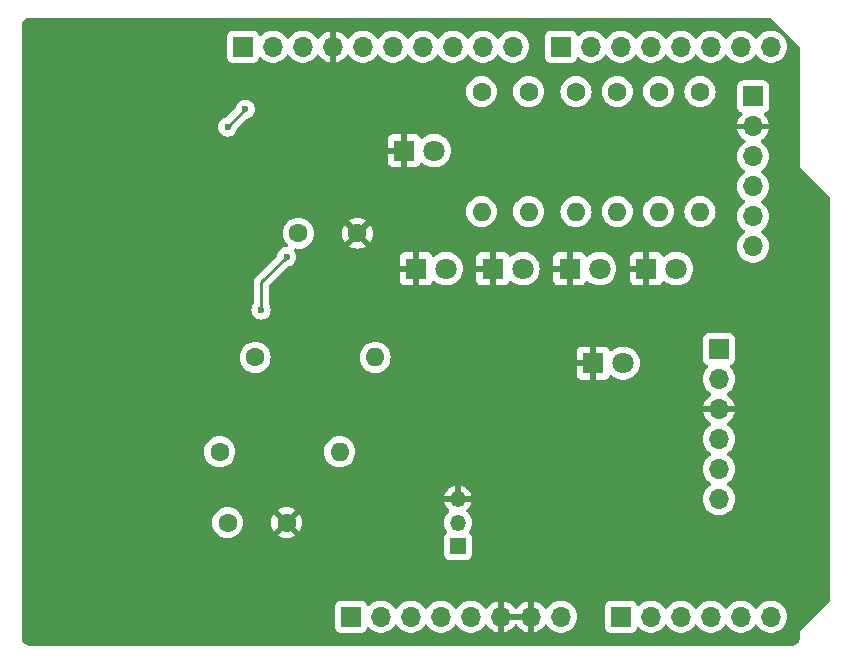
<source format=gbr>
%TF.GenerationSoftware,KiCad,Pcbnew,8.0.8*%
%TF.CreationDate,2025-03-12T21:02:29-06:00*%
%TF.ProjectId,PhaseD,50686173-6544-42e6-9b69-6361645f7063,rev?*%
%TF.SameCoordinates,Original*%
%TF.FileFunction,Copper,L2,Bot*%
%TF.FilePolarity,Positive*%
%FSLAX46Y46*%
G04 Gerber Fmt 4.6, Leading zero omitted, Abs format (unit mm)*
G04 Created by KiCad (PCBNEW 8.0.8) date 2025-03-12 21:02:29*
%MOMM*%
%LPD*%
G01*
G04 APERTURE LIST*
%TA.AperFunction,ComponentPad*%
%ADD10R,1.700000X1.700000*%
%TD*%
%TA.AperFunction,ComponentPad*%
%ADD11O,1.700000X1.700000*%
%TD*%
%TA.AperFunction,ComponentPad*%
%ADD12R,1.800000X1.800000*%
%TD*%
%TA.AperFunction,ComponentPad*%
%ADD13C,1.800000*%
%TD*%
%TA.AperFunction,ComponentPad*%
%ADD14C,1.600000*%
%TD*%
%TA.AperFunction,ComponentPad*%
%ADD15O,1.600000X1.600000*%
%TD*%
%TA.AperFunction,ComponentPad*%
%ADD16R,1.350000X1.350000*%
%TD*%
%TA.AperFunction,ComponentPad*%
%ADD17O,1.350000X1.350000*%
%TD*%
%TA.AperFunction,ViaPad*%
%ADD18C,0.600000*%
%TD*%
%TA.AperFunction,Conductor*%
%ADD19C,0.250000*%
%TD*%
G04 APERTURE END LIST*
D10*
%TO.P,J1,1,Pin_1*%
%TO.N,unconnected-(J1-Pin_1-Pad1)*%
X127940000Y-97460000D03*
D11*
%TO.P,J1,2,Pin_2*%
%TO.N,/IOREF*%
X130480000Y-97460000D03*
%TO.P,J1,3,Pin_3*%
%TO.N,/~{RESET}*%
X133020000Y-97460000D03*
%TO.P,J1,4,Pin_4*%
%TO.N,+3V3*%
X135560000Y-97460000D03*
%TO.P,J1,5,Pin_5*%
%TO.N,+5V*%
X138100000Y-97460000D03*
%TO.P,J1,6,Pin_6*%
%TO.N,GND*%
X140640000Y-97460000D03*
%TO.P,J1,7,Pin_7*%
X143180000Y-97460000D03*
%TO.P,J1,8,Pin_8*%
%TO.N,VCC*%
X145720000Y-97460000D03*
%TD*%
D10*
%TO.P,J3,1,Pin_1*%
%TO.N,/External temp sensor*%
X150800000Y-97460000D03*
D11*
%TO.P,J3,2,Pin_2*%
%TO.N,/A1*%
X153340000Y-97460000D03*
%TO.P,J3,3,Pin_3*%
%TO.N,/A2*%
X155880000Y-97460000D03*
%TO.P,J3,4,Pin_4*%
%TO.N,/A3*%
X158420000Y-97460000D03*
%TO.P,J3,5,Pin_5*%
%TO.N,/SDA{slash}A4*%
X160960000Y-97460000D03*
%TO.P,J3,6,Pin_6*%
%TO.N,/SCL{slash}A5*%
X163500000Y-97460000D03*
%TD*%
D10*
%TO.P,J2,1,Pin_1*%
%TO.N,/SCL{slash}A5*%
X118796000Y-49200000D03*
D11*
%TO.P,J2,2,Pin_2*%
%TO.N,/SDA{slash}A4*%
X121336000Y-49200000D03*
%TO.P,J2,3,Pin_3*%
%TO.N,/AREF*%
X123876000Y-49200000D03*
%TO.P,J2,4,Pin_4*%
%TO.N,GND*%
X126416000Y-49200000D03*
%TO.P,J2,5,Pin_5*%
%TO.N,/13*%
X128956000Y-49200000D03*
%TO.P,J2,6,Pin_6*%
%TO.N,/12*%
X131496000Y-49200000D03*
%TO.P,J2,7,Pin_7*%
%TO.N,/\u002A11*%
X134036000Y-49200000D03*
%TO.P,J2,8,Pin_8*%
%TO.N,/\u002A10*%
X136576000Y-49200000D03*
%TO.P,J2,9,Pin_9*%
%TO.N,/Accelerometer LED*%
X139116000Y-49200000D03*
%TO.P,J2,10,Pin_10*%
%TO.N,/8*%
X141656000Y-49200000D03*
%TD*%
D10*
%TO.P,J4,1,Pin_1*%
%TO.N,/Pressure LED*%
X145720000Y-49200000D03*
D11*
%TO.P,J4,2,Pin_2*%
%TO.N,/Humidity LED*%
X148260000Y-49200000D03*
%TO.P,J4,3,Pin_3*%
%TO.N,/External temp LED*%
X150800000Y-49200000D03*
%TO.P,J4,4,Pin_4*%
%TO.N,/Internal Temp LED*%
X153340000Y-49200000D03*
%TO.P,J4,5,Pin_5*%
%TO.N,/Arduino on LED*%
X155880000Y-49200000D03*
%TO.P,J4,6,Pin_6*%
%TO.N,/2*%
X158420000Y-49200000D03*
%TO.P,J4,7,Pin_7*%
%TO.N,/RX openlog*%
X160960000Y-49200000D03*
%TO.P,J4,8,Pin_8*%
%TO.N,/TX openlog*%
X163500000Y-49200000D03*
%TD*%
D12*
%TO.P,D2,1,K*%
%TO.N,GND*%
X148460000Y-76000000D03*
D13*
%TO.P,D2,2,A*%
%TO.N,Net-(D2-A)*%
X151000000Y-76000000D03*
%TD*%
D14*
%TO.P,R1,1*%
%TO.N,/Arduino on LED*%
X157500000Y-53000000D03*
D15*
%TO.P,R1,2*%
%TO.N,Net-(D1-A)*%
X157500000Y-63160000D03*
%TD*%
D14*
%TO.P,C2,1*%
%TO.N,+3V3*%
X117500000Y-89500000D03*
%TO.P,C2,2*%
%TO.N,GND*%
X122500000Y-89500000D03*
%TD*%
%TO.P,R6,1*%
%TO.N,/Accelerometer LED*%
X139000000Y-53000000D03*
D15*
%TO.P,R6,2*%
%TO.N,Net-(D6-A)*%
X139000000Y-63160000D03*
%TD*%
D14*
%TO.P,R2,1*%
%TO.N,/Internal Temp LED*%
X154000000Y-53000000D03*
D15*
%TO.P,R2,2*%
%TO.N,Net-(D2-A)*%
X154000000Y-63160000D03*
%TD*%
D12*
%TO.P,D1,1,K*%
%TO.N,GND*%
X152960000Y-68000000D03*
D13*
%TO.P,D1,2,A*%
%TO.N,Net-(D1-A)*%
X155500000Y-68000000D03*
%TD*%
D14*
%TO.P,R7,1*%
%TO.N,+3V3*%
X116840000Y-83500000D03*
D15*
%TO.P,R7,2*%
%TO.N,/SDA{slash}A4*%
X127000000Y-83500000D03*
%TD*%
D16*
%TO.P,J7,1,Pin_1*%
%TO.N,+3V3*%
X137000000Y-91500000D03*
D17*
%TO.P,J7,2,Pin_2*%
%TO.N,/External temp sensor*%
X137000000Y-89500000D03*
%TO.P,J7,3,Pin_3*%
%TO.N,GND*%
X137000000Y-87500000D03*
%TD*%
D10*
%TO.P,J5,1,Pin_1*%
%TO.N,unconnected-(J5-Pin_1-Pad1)*%
X162000000Y-53420000D03*
D11*
%TO.P,J5,2,Pin_2*%
%TO.N,GND*%
X162000000Y-55960000D03*
%TO.P,J5,3,Pin_3*%
%TO.N,+5V*%
X162000000Y-58500000D03*
%TO.P,J5,4,Pin_4*%
%TO.N,/TX openlog*%
X162000000Y-61040000D03*
%TO.P,J5,5,Pin_5*%
%TO.N,/RX openlog*%
X162000000Y-63580000D03*
%TO.P,J5,6,Pin_6*%
%TO.N,unconnected-(J5-Pin_6-Pad6)*%
X162000000Y-66120000D03*
%TD*%
D14*
%TO.P,R3,1*%
%TO.N,/External temp LED*%
X150500000Y-53000000D03*
D15*
%TO.P,R3,2*%
%TO.N,Net-(D3-A)*%
X150500000Y-63160000D03*
%TD*%
D14*
%TO.P,C1,1*%
%TO.N,+3V3*%
X123500000Y-65000000D03*
%TO.P,C1,2*%
%TO.N,GND*%
X128500000Y-65000000D03*
%TD*%
D12*
%TO.P,D5,1,K*%
%TO.N,GND*%
X133460000Y-68000000D03*
D13*
%TO.P,D5,2,A*%
%TO.N,Net-(D5-A)*%
X136000000Y-68000000D03*
%TD*%
D12*
%TO.P,D3,1,K*%
%TO.N,GND*%
X146460000Y-68000000D03*
D13*
%TO.P,D3,2,A*%
%TO.N,Net-(D3-A)*%
X149000000Y-68000000D03*
%TD*%
D14*
%TO.P,R5,1*%
%TO.N,/Pressure LED*%
X143000000Y-53000000D03*
D15*
%TO.P,R5,2*%
%TO.N,Net-(D5-A)*%
X143000000Y-63160000D03*
%TD*%
D12*
%TO.P,D6,1,K*%
%TO.N,GND*%
X132460000Y-58000000D03*
D13*
%TO.P,D6,2,A*%
%TO.N,Net-(D6-A)*%
X135000000Y-58000000D03*
%TD*%
D12*
%TO.P,D4,1,K*%
%TO.N,GND*%
X139960000Y-68000000D03*
D13*
%TO.P,D4,2,A*%
%TO.N,Net-(D4-A)*%
X142500000Y-68000000D03*
%TD*%
D14*
%TO.P,R4,1*%
%TO.N,/Humidity LED*%
X147000000Y-53000000D03*
D15*
%TO.P,R4,2*%
%TO.N,Net-(D4-A)*%
X147000000Y-63160000D03*
%TD*%
D14*
%TO.P,R8,1*%
%TO.N,+3V3*%
X119840000Y-75500000D03*
D15*
%TO.P,R8,2*%
%TO.N,/SCL{slash}A5*%
X130000000Y-75500000D03*
%TD*%
D10*
%TO.P,J6,1,Pin_1*%
%TO.N,+3V3*%
X159110000Y-74800000D03*
D11*
%TO.P,J6,2,Pin_2*%
%TO.N,unconnected-(J6-Pin_2-Pad2)*%
X159110000Y-77340000D03*
%TO.P,J6,3,Pin_3*%
%TO.N,GND*%
X159110000Y-79880000D03*
%TO.P,J6,4,Pin_4*%
%TO.N,/SCL{slash}A5*%
X159110000Y-82420000D03*
%TO.P,J6,5,Pin_5*%
%TO.N,/SDA{slash}A4*%
X159110000Y-84960000D03*
%TO.P,J6,6,Pin_6*%
%TO.N,unconnected-(J6-Pin_6-Pad6)*%
X159110000Y-87500000D03*
%TD*%
D18*
%TO.N,GND*%
X117981059Y-68018941D03*
X116200000Y-68053998D03*
%TO.N,/SDA{slash}A4*%
X119000000Y-54500000D03*
X117500000Y-56000000D03*
%TO.N,+3V3*%
X120340000Y-71500000D03*
X122500000Y-67000000D03*
%TD*%
D19*
%TO.N,/SDA{slash}A4*%
X117500000Y-56000000D02*
X119000000Y-54500000D01*
%TO.N,+3V3*%
X122500000Y-67000000D02*
X120340000Y-69160000D01*
X120340000Y-69160000D02*
X120340000Y-71500000D01*
%TD*%
%TA.AperFunction,Conductor*%
%TO.N,GND*%
G36*
X142714075Y-97267007D02*
G01*
X142680000Y-97394174D01*
X142680000Y-97525826D01*
X142714075Y-97652993D01*
X142746988Y-97710000D01*
X141073012Y-97710000D01*
X141105925Y-97652993D01*
X141140000Y-97525826D01*
X141140000Y-97394174D01*
X141105925Y-97267007D01*
X141073012Y-97210000D01*
X142746988Y-97210000D01*
X142714075Y-97267007D01*
G37*
%TD.AperFunction*%
%TA.AperFunction,Conductor*%
G36*
X163484404Y-46755185D02*
G01*
X163505046Y-46771819D01*
X165928181Y-49194954D01*
X165961666Y-49256277D01*
X165964500Y-49282635D01*
X165964500Y-59344982D01*
X165964500Y-59375018D01*
X165975994Y-59402767D01*
X165975995Y-59402768D01*
X168468181Y-61894954D01*
X168501666Y-61956277D01*
X168504500Y-61982635D01*
X168504500Y-96107364D01*
X168484815Y-96174403D01*
X168468181Y-96195045D01*
X165997233Y-98665994D01*
X165975995Y-98687231D01*
X165964500Y-98714982D01*
X165964500Y-99231907D01*
X165963903Y-99244062D01*
X165952505Y-99359778D01*
X165947763Y-99383618D01*
X165917832Y-99482290D01*
X165915789Y-99489024D01*
X165906486Y-99511482D01*
X165854561Y-99608627D01*
X165841056Y-99628839D01*
X165771176Y-99713988D01*
X165753988Y-99731176D01*
X165668839Y-99801056D01*
X165648627Y-99814561D01*
X165551482Y-99866486D01*
X165529028Y-99875787D01*
X165487028Y-99888528D01*
X165423618Y-99907763D01*
X165399778Y-99912505D01*
X165291162Y-99923203D01*
X165284060Y-99923903D01*
X165271907Y-99924500D01*
X100768093Y-99924500D01*
X100755939Y-99923903D01*
X100747995Y-99923120D01*
X100640221Y-99912505D01*
X100616381Y-99907763D01*
X100599445Y-99902625D01*
X100510968Y-99875786D01*
X100488517Y-99866486D01*
X100391372Y-99814561D01*
X100371160Y-99801056D01*
X100286011Y-99731176D01*
X100268823Y-99713988D01*
X100198943Y-99628839D01*
X100185438Y-99608627D01*
X100133510Y-99511476D01*
X100124215Y-99489037D01*
X100092234Y-99383612D01*
X100087494Y-99359777D01*
X100076097Y-99244061D01*
X100075500Y-99231907D01*
X100075500Y-96561345D01*
X126581500Y-96561345D01*
X126581500Y-98358654D01*
X126588011Y-98419202D01*
X126588011Y-98419204D01*
X126639111Y-98556204D01*
X126726739Y-98673261D01*
X126843796Y-98760889D01*
X126980799Y-98811989D01*
X127008050Y-98814918D01*
X127041345Y-98818499D01*
X127041362Y-98818500D01*
X128838638Y-98818500D01*
X128838654Y-98818499D01*
X128865692Y-98815591D01*
X128899201Y-98811989D01*
X129036204Y-98760889D01*
X129153261Y-98673261D01*
X129240889Y-98556204D01*
X129286138Y-98434887D01*
X129328009Y-98378956D01*
X129393474Y-98354539D01*
X129461746Y-98369391D01*
X129493545Y-98394236D01*
X129556760Y-98462906D01*
X129734424Y-98601189D01*
X129734425Y-98601189D01*
X129734427Y-98601191D01*
X129861135Y-98669761D01*
X129932426Y-98708342D01*
X130145365Y-98781444D01*
X130367431Y-98818500D01*
X130592569Y-98818500D01*
X130814635Y-98781444D01*
X131027574Y-98708342D01*
X131225576Y-98601189D01*
X131403240Y-98462906D01*
X131524594Y-98331082D01*
X131555715Y-98297276D01*
X131555715Y-98297275D01*
X131555722Y-98297268D01*
X131646193Y-98158790D01*
X131699338Y-98113437D01*
X131768569Y-98104013D01*
X131831905Y-98133515D01*
X131853804Y-98158787D01*
X131944278Y-98297268D01*
X131944283Y-98297273D01*
X131944284Y-98297276D01*
X132070968Y-98434889D01*
X132096760Y-98462906D01*
X132274424Y-98601189D01*
X132274425Y-98601189D01*
X132274427Y-98601191D01*
X132401135Y-98669761D01*
X132472426Y-98708342D01*
X132685365Y-98781444D01*
X132907431Y-98818500D01*
X133132569Y-98818500D01*
X133354635Y-98781444D01*
X133567574Y-98708342D01*
X133765576Y-98601189D01*
X133943240Y-98462906D01*
X134064594Y-98331082D01*
X134095715Y-98297276D01*
X134095715Y-98297275D01*
X134095722Y-98297268D01*
X134186193Y-98158790D01*
X134239338Y-98113437D01*
X134308569Y-98104013D01*
X134371905Y-98133515D01*
X134393804Y-98158787D01*
X134484278Y-98297268D01*
X134484283Y-98297273D01*
X134484284Y-98297276D01*
X134610968Y-98434889D01*
X134636760Y-98462906D01*
X134814424Y-98601189D01*
X134814425Y-98601189D01*
X134814427Y-98601191D01*
X134941135Y-98669761D01*
X135012426Y-98708342D01*
X135225365Y-98781444D01*
X135447431Y-98818500D01*
X135672569Y-98818500D01*
X135894635Y-98781444D01*
X136107574Y-98708342D01*
X136305576Y-98601189D01*
X136483240Y-98462906D01*
X136604594Y-98331082D01*
X136635715Y-98297276D01*
X136635715Y-98297275D01*
X136635722Y-98297268D01*
X136726193Y-98158790D01*
X136779338Y-98113437D01*
X136848569Y-98104013D01*
X136911905Y-98133515D01*
X136933804Y-98158787D01*
X137024278Y-98297268D01*
X137024283Y-98297273D01*
X137024284Y-98297276D01*
X137150968Y-98434889D01*
X137176760Y-98462906D01*
X137354424Y-98601189D01*
X137354425Y-98601189D01*
X137354427Y-98601191D01*
X137481135Y-98669761D01*
X137552426Y-98708342D01*
X137765365Y-98781444D01*
X137987431Y-98818500D01*
X138212569Y-98818500D01*
X138434635Y-98781444D01*
X138647574Y-98708342D01*
X138845576Y-98601189D01*
X139023240Y-98462906D01*
X139144594Y-98331082D01*
X139175715Y-98297276D01*
X139175715Y-98297275D01*
X139175722Y-98297268D01*
X139269749Y-98153347D01*
X139322894Y-98107994D01*
X139392125Y-98098570D01*
X139455461Y-98128072D01*
X139475130Y-98150048D01*
X139601890Y-98331078D01*
X139768917Y-98498105D01*
X139962421Y-98633600D01*
X140176507Y-98733429D01*
X140176516Y-98733433D01*
X140390000Y-98790634D01*
X140390000Y-97893012D01*
X140447007Y-97925925D01*
X140574174Y-97960000D01*
X140705826Y-97960000D01*
X140832993Y-97925925D01*
X140890000Y-97893012D01*
X140890000Y-98790633D01*
X141103483Y-98733433D01*
X141103492Y-98733429D01*
X141317578Y-98633600D01*
X141511082Y-98498105D01*
X141678105Y-98331082D01*
X141808425Y-98144968D01*
X141863002Y-98101344D01*
X141932501Y-98094151D01*
X141994855Y-98125673D01*
X142011575Y-98144968D01*
X142141894Y-98331082D01*
X142308917Y-98498105D01*
X142502421Y-98633600D01*
X142716507Y-98733429D01*
X142716516Y-98733433D01*
X142930000Y-98790634D01*
X142930000Y-97893012D01*
X142987007Y-97925925D01*
X143114174Y-97960000D01*
X143245826Y-97960000D01*
X143372993Y-97925925D01*
X143430000Y-97893012D01*
X143430000Y-98790633D01*
X143643483Y-98733433D01*
X143643492Y-98733429D01*
X143857578Y-98633600D01*
X144051082Y-98498105D01*
X144218105Y-98331082D01*
X144344868Y-98150048D01*
X144399445Y-98106423D01*
X144468944Y-98099231D01*
X144531298Y-98130753D01*
X144550251Y-98153350D01*
X144644276Y-98297265D01*
X144644284Y-98297276D01*
X144770968Y-98434889D01*
X144796760Y-98462906D01*
X144974424Y-98601189D01*
X144974425Y-98601189D01*
X144974427Y-98601191D01*
X145101135Y-98669761D01*
X145172426Y-98708342D01*
X145385365Y-98781444D01*
X145607431Y-98818500D01*
X145832569Y-98818500D01*
X146054635Y-98781444D01*
X146267574Y-98708342D01*
X146465576Y-98601189D01*
X146643240Y-98462906D01*
X146764594Y-98331082D01*
X146795715Y-98297276D01*
X146795717Y-98297273D01*
X146795722Y-98297268D01*
X146918860Y-98108791D01*
X147009296Y-97902616D01*
X147064564Y-97684368D01*
X147067164Y-97652993D01*
X147083156Y-97460005D01*
X147083156Y-97459994D01*
X147064565Y-97235640D01*
X147064563Y-97235628D01*
X147009296Y-97017385D01*
X146999071Y-96994075D01*
X146918860Y-96811209D01*
X146902706Y-96786484D01*
X146795723Y-96622734D01*
X146795715Y-96622723D01*
X146739212Y-96561345D01*
X149441500Y-96561345D01*
X149441500Y-98358654D01*
X149448011Y-98419202D01*
X149448011Y-98419204D01*
X149499111Y-98556204D01*
X149586739Y-98673261D01*
X149703796Y-98760889D01*
X149840799Y-98811989D01*
X149868050Y-98814918D01*
X149901345Y-98818499D01*
X149901362Y-98818500D01*
X151698638Y-98818500D01*
X151698654Y-98818499D01*
X151725692Y-98815591D01*
X151759201Y-98811989D01*
X151896204Y-98760889D01*
X152013261Y-98673261D01*
X152100889Y-98556204D01*
X152146138Y-98434887D01*
X152188009Y-98378956D01*
X152253474Y-98354539D01*
X152321746Y-98369391D01*
X152353545Y-98394236D01*
X152416760Y-98462906D01*
X152594424Y-98601189D01*
X152594425Y-98601189D01*
X152594427Y-98601191D01*
X152721135Y-98669761D01*
X152792426Y-98708342D01*
X153005365Y-98781444D01*
X153227431Y-98818500D01*
X153452569Y-98818500D01*
X153674635Y-98781444D01*
X153887574Y-98708342D01*
X154085576Y-98601189D01*
X154263240Y-98462906D01*
X154384594Y-98331082D01*
X154415715Y-98297276D01*
X154415715Y-98297275D01*
X154415722Y-98297268D01*
X154506193Y-98158790D01*
X154559338Y-98113437D01*
X154628569Y-98104013D01*
X154691905Y-98133515D01*
X154713804Y-98158787D01*
X154804278Y-98297268D01*
X154804283Y-98297273D01*
X154804284Y-98297276D01*
X154930968Y-98434889D01*
X154956760Y-98462906D01*
X155134424Y-98601189D01*
X155134425Y-98601189D01*
X155134427Y-98601191D01*
X155261135Y-98669761D01*
X155332426Y-98708342D01*
X155545365Y-98781444D01*
X155767431Y-98818500D01*
X155992569Y-98818500D01*
X156214635Y-98781444D01*
X156427574Y-98708342D01*
X156625576Y-98601189D01*
X156803240Y-98462906D01*
X156924594Y-98331082D01*
X156955715Y-98297276D01*
X156955715Y-98297275D01*
X156955722Y-98297268D01*
X157046193Y-98158790D01*
X157099338Y-98113437D01*
X157168569Y-98104013D01*
X157231905Y-98133515D01*
X157253804Y-98158787D01*
X157344278Y-98297268D01*
X157344283Y-98297273D01*
X157344284Y-98297276D01*
X157470968Y-98434889D01*
X157496760Y-98462906D01*
X157674424Y-98601189D01*
X157674425Y-98601189D01*
X157674427Y-98601191D01*
X157801135Y-98669761D01*
X157872426Y-98708342D01*
X158085365Y-98781444D01*
X158307431Y-98818500D01*
X158532569Y-98818500D01*
X158754635Y-98781444D01*
X158967574Y-98708342D01*
X159165576Y-98601189D01*
X159343240Y-98462906D01*
X159464594Y-98331082D01*
X159495715Y-98297276D01*
X159495715Y-98297275D01*
X159495722Y-98297268D01*
X159586193Y-98158790D01*
X159639338Y-98113437D01*
X159708569Y-98104013D01*
X159771905Y-98133515D01*
X159793804Y-98158787D01*
X159884278Y-98297268D01*
X159884283Y-98297273D01*
X159884284Y-98297276D01*
X160010968Y-98434889D01*
X160036760Y-98462906D01*
X160214424Y-98601189D01*
X160214425Y-98601189D01*
X160214427Y-98601191D01*
X160341135Y-98669761D01*
X160412426Y-98708342D01*
X160625365Y-98781444D01*
X160847431Y-98818500D01*
X161072569Y-98818500D01*
X161294635Y-98781444D01*
X161507574Y-98708342D01*
X161705576Y-98601189D01*
X161883240Y-98462906D01*
X162004594Y-98331082D01*
X162035715Y-98297276D01*
X162035715Y-98297275D01*
X162035722Y-98297268D01*
X162126193Y-98158790D01*
X162179338Y-98113437D01*
X162248569Y-98104013D01*
X162311905Y-98133515D01*
X162333804Y-98158787D01*
X162424278Y-98297268D01*
X162424283Y-98297273D01*
X162424284Y-98297276D01*
X162550968Y-98434889D01*
X162576760Y-98462906D01*
X162754424Y-98601189D01*
X162754425Y-98601189D01*
X162754427Y-98601191D01*
X162881135Y-98669761D01*
X162952426Y-98708342D01*
X163165365Y-98781444D01*
X163387431Y-98818500D01*
X163612569Y-98818500D01*
X163834635Y-98781444D01*
X164047574Y-98708342D01*
X164245576Y-98601189D01*
X164423240Y-98462906D01*
X164544594Y-98331082D01*
X164575715Y-98297276D01*
X164575717Y-98297273D01*
X164575722Y-98297268D01*
X164698860Y-98108791D01*
X164789296Y-97902616D01*
X164844564Y-97684368D01*
X164847164Y-97652993D01*
X164863156Y-97460005D01*
X164863156Y-97459994D01*
X164844565Y-97235640D01*
X164844563Y-97235628D01*
X164789296Y-97017385D01*
X164779071Y-96994075D01*
X164698860Y-96811209D01*
X164682706Y-96786484D01*
X164575723Y-96622734D01*
X164575715Y-96622723D01*
X164423243Y-96457097D01*
X164423238Y-96457092D01*
X164245577Y-96318812D01*
X164245572Y-96318808D01*
X164047580Y-96211661D01*
X164047577Y-96211659D01*
X164047574Y-96211658D01*
X164047571Y-96211657D01*
X164047569Y-96211656D01*
X163834637Y-96138556D01*
X163612569Y-96101500D01*
X163387431Y-96101500D01*
X163165362Y-96138556D01*
X162952430Y-96211656D01*
X162952419Y-96211661D01*
X162754427Y-96318808D01*
X162754422Y-96318812D01*
X162576761Y-96457092D01*
X162576756Y-96457097D01*
X162424284Y-96622723D01*
X162424276Y-96622734D01*
X162333808Y-96761206D01*
X162280662Y-96806562D01*
X162211431Y-96815986D01*
X162148095Y-96786484D01*
X162126192Y-96761206D01*
X162035723Y-96622734D01*
X162035715Y-96622723D01*
X161883243Y-96457097D01*
X161883238Y-96457092D01*
X161705577Y-96318812D01*
X161705572Y-96318808D01*
X161507580Y-96211661D01*
X161507577Y-96211659D01*
X161507574Y-96211658D01*
X161507571Y-96211657D01*
X161507569Y-96211656D01*
X161294637Y-96138556D01*
X161072569Y-96101500D01*
X160847431Y-96101500D01*
X160625362Y-96138556D01*
X160412430Y-96211656D01*
X160412419Y-96211661D01*
X160214427Y-96318808D01*
X160214422Y-96318812D01*
X160036761Y-96457092D01*
X160036756Y-96457097D01*
X159884284Y-96622723D01*
X159884276Y-96622734D01*
X159793808Y-96761206D01*
X159740662Y-96806562D01*
X159671431Y-96815986D01*
X159608095Y-96786484D01*
X159586192Y-96761206D01*
X159495723Y-96622734D01*
X159495715Y-96622723D01*
X159343243Y-96457097D01*
X159343238Y-96457092D01*
X159165577Y-96318812D01*
X159165572Y-96318808D01*
X158967580Y-96211661D01*
X158967577Y-96211659D01*
X158967574Y-96211658D01*
X158967571Y-96211657D01*
X158967569Y-96211656D01*
X158754637Y-96138556D01*
X158532569Y-96101500D01*
X158307431Y-96101500D01*
X158085362Y-96138556D01*
X157872430Y-96211656D01*
X157872419Y-96211661D01*
X157674427Y-96318808D01*
X157674422Y-96318812D01*
X157496761Y-96457092D01*
X157496756Y-96457097D01*
X157344284Y-96622723D01*
X157344276Y-96622734D01*
X157253808Y-96761206D01*
X157200662Y-96806562D01*
X157131431Y-96815986D01*
X157068095Y-96786484D01*
X157046192Y-96761206D01*
X156955723Y-96622734D01*
X156955715Y-96622723D01*
X156803243Y-96457097D01*
X156803238Y-96457092D01*
X156625577Y-96318812D01*
X156625572Y-96318808D01*
X156427580Y-96211661D01*
X156427577Y-96211659D01*
X156427574Y-96211658D01*
X156427571Y-96211657D01*
X156427569Y-96211656D01*
X156214637Y-96138556D01*
X155992569Y-96101500D01*
X155767431Y-96101500D01*
X155545362Y-96138556D01*
X155332430Y-96211656D01*
X155332419Y-96211661D01*
X155134427Y-96318808D01*
X155134422Y-96318812D01*
X154956761Y-96457092D01*
X154956756Y-96457097D01*
X154804284Y-96622723D01*
X154804276Y-96622734D01*
X154713808Y-96761206D01*
X154660662Y-96806562D01*
X154591431Y-96815986D01*
X154528095Y-96786484D01*
X154506192Y-96761206D01*
X154415723Y-96622734D01*
X154415715Y-96622723D01*
X154263243Y-96457097D01*
X154263238Y-96457092D01*
X154085577Y-96318812D01*
X154085572Y-96318808D01*
X153887580Y-96211661D01*
X153887577Y-96211659D01*
X153887574Y-96211658D01*
X153887571Y-96211657D01*
X153887569Y-96211656D01*
X153674637Y-96138556D01*
X153452569Y-96101500D01*
X153227431Y-96101500D01*
X153005362Y-96138556D01*
X152792430Y-96211656D01*
X152792419Y-96211661D01*
X152594427Y-96318808D01*
X152594422Y-96318812D01*
X152416761Y-96457092D01*
X152353548Y-96525760D01*
X152293661Y-96561750D01*
X152223823Y-96559649D01*
X152166207Y-96520124D01*
X152146138Y-96485110D01*
X152100889Y-96363796D01*
X152067214Y-96318812D01*
X152013261Y-96246739D01*
X151896204Y-96159111D01*
X151895172Y-96158726D01*
X151759203Y-96108011D01*
X151698654Y-96101500D01*
X151698638Y-96101500D01*
X149901362Y-96101500D01*
X149901345Y-96101500D01*
X149840797Y-96108011D01*
X149840795Y-96108011D01*
X149703795Y-96159111D01*
X149586739Y-96246739D01*
X149499111Y-96363795D01*
X149448011Y-96500795D01*
X149448011Y-96500797D01*
X149441500Y-96561345D01*
X146739212Y-96561345D01*
X146643243Y-96457097D01*
X146643238Y-96457092D01*
X146465577Y-96318812D01*
X146465572Y-96318808D01*
X146267580Y-96211661D01*
X146267577Y-96211659D01*
X146267574Y-96211658D01*
X146267571Y-96211657D01*
X146267569Y-96211656D01*
X146054637Y-96138556D01*
X145832569Y-96101500D01*
X145607431Y-96101500D01*
X145385362Y-96138556D01*
X145172430Y-96211656D01*
X145172419Y-96211661D01*
X144974427Y-96318808D01*
X144974422Y-96318812D01*
X144796761Y-96457092D01*
X144796756Y-96457097D01*
X144644284Y-96622723D01*
X144644276Y-96622734D01*
X144550251Y-96766650D01*
X144497105Y-96812007D01*
X144427873Y-96821430D01*
X144364538Y-96791928D01*
X144344868Y-96769951D01*
X144218113Y-96588926D01*
X144218108Y-96588920D01*
X144051082Y-96421894D01*
X143857578Y-96286399D01*
X143643492Y-96186570D01*
X143643486Y-96186567D01*
X143430000Y-96129364D01*
X143430000Y-97026988D01*
X143372993Y-96994075D01*
X143245826Y-96960000D01*
X143114174Y-96960000D01*
X142987007Y-96994075D01*
X142930000Y-97026988D01*
X142930000Y-96129364D01*
X142929999Y-96129364D01*
X142716513Y-96186567D01*
X142716507Y-96186570D01*
X142502422Y-96286399D01*
X142502420Y-96286400D01*
X142308926Y-96421886D01*
X142308920Y-96421891D01*
X142141891Y-96588920D01*
X142141890Y-96588922D01*
X142011575Y-96775031D01*
X141956998Y-96818655D01*
X141887499Y-96825848D01*
X141825145Y-96794326D01*
X141808425Y-96775031D01*
X141678109Y-96588922D01*
X141678108Y-96588920D01*
X141511082Y-96421894D01*
X141317578Y-96286399D01*
X141103492Y-96186570D01*
X141103486Y-96186567D01*
X140890000Y-96129364D01*
X140890000Y-97026988D01*
X140832993Y-96994075D01*
X140705826Y-96960000D01*
X140574174Y-96960000D01*
X140447007Y-96994075D01*
X140390000Y-97026988D01*
X140390000Y-96129364D01*
X140389999Y-96129364D01*
X140176513Y-96186567D01*
X140176507Y-96186570D01*
X139962422Y-96286399D01*
X139962420Y-96286400D01*
X139768926Y-96421886D01*
X139768920Y-96421891D01*
X139601891Y-96588920D01*
X139601890Y-96588922D01*
X139475131Y-96769952D01*
X139420554Y-96813577D01*
X139351055Y-96820769D01*
X139288701Y-96789247D01*
X139269752Y-96766656D01*
X139175722Y-96622732D01*
X139175715Y-96622725D01*
X139175715Y-96622723D01*
X139023243Y-96457097D01*
X139023238Y-96457092D01*
X138845577Y-96318812D01*
X138845572Y-96318808D01*
X138647580Y-96211661D01*
X138647577Y-96211659D01*
X138647574Y-96211658D01*
X138647571Y-96211657D01*
X138647569Y-96211656D01*
X138434637Y-96138556D01*
X138212569Y-96101500D01*
X137987431Y-96101500D01*
X137765362Y-96138556D01*
X137552430Y-96211656D01*
X137552419Y-96211661D01*
X137354427Y-96318808D01*
X137354422Y-96318812D01*
X137176761Y-96457092D01*
X137176756Y-96457097D01*
X137024284Y-96622723D01*
X137024276Y-96622734D01*
X136933808Y-96761206D01*
X136880662Y-96806562D01*
X136811431Y-96815986D01*
X136748095Y-96786484D01*
X136726192Y-96761206D01*
X136635723Y-96622734D01*
X136635715Y-96622723D01*
X136483243Y-96457097D01*
X136483238Y-96457092D01*
X136305577Y-96318812D01*
X136305572Y-96318808D01*
X136107580Y-96211661D01*
X136107577Y-96211659D01*
X136107574Y-96211658D01*
X136107571Y-96211657D01*
X136107569Y-96211656D01*
X135894637Y-96138556D01*
X135672569Y-96101500D01*
X135447431Y-96101500D01*
X135225362Y-96138556D01*
X135012430Y-96211656D01*
X135012419Y-96211661D01*
X134814427Y-96318808D01*
X134814422Y-96318812D01*
X134636761Y-96457092D01*
X134636756Y-96457097D01*
X134484284Y-96622723D01*
X134484276Y-96622734D01*
X134393808Y-96761206D01*
X134340662Y-96806562D01*
X134271431Y-96815986D01*
X134208095Y-96786484D01*
X134186192Y-96761206D01*
X134095723Y-96622734D01*
X134095715Y-96622723D01*
X133943243Y-96457097D01*
X133943238Y-96457092D01*
X133765577Y-96318812D01*
X133765572Y-96318808D01*
X133567580Y-96211661D01*
X133567577Y-96211659D01*
X133567574Y-96211658D01*
X133567571Y-96211657D01*
X133567569Y-96211656D01*
X133354637Y-96138556D01*
X133132569Y-96101500D01*
X132907431Y-96101500D01*
X132685362Y-96138556D01*
X132472430Y-96211656D01*
X132472419Y-96211661D01*
X132274427Y-96318808D01*
X132274422Y-96318812D01*
X132096761Y-96457092D01*
X132096756Y-96457097D01*
X131944284Y-96622723D01*
X131944276Y-96622734D01*
X131853808Y-96761206D01*
X131800662Y-96806562D01*
X131731431Y-96815986D01*
X131668095Y-96786484D01*
X131646192Y-96761206D01*
X131555723Y-96622734D01*
X131555715Y-96622723D01*
X131403243Y-96457097D01*
X131403238Y-96457092D01*
X131225577Y-96318812D01*
X131225572Y-96318808D01*
X131027580Y-96211661D01*
X131027577Y-96211659D01*
X131027574Y-96211658D01*
X131027571Y-96211657D01*
X131027569Y-96211656D01*
X130814637Y-96138556D01*
X130592569Y-96101500D01*
X130367431Y-96101500D01*
X130145362Y-96138556D01*
X129932430Y-96211656D01*
X129932419Y-96211661D01*
X129734427Y-96318808D01*
X129734422Y-96318812D01*
X129556761Y-96457092D01*
X129493548Y-96525760D01*
X129433661Y-96561750D01*
X129363823Y-96559649D01*
X129306207Y-96520124D01*
X129286138Y-96485110D01*
X129240889Y-96363796D01*
X129207214Y-96318812D01*
X129153261Y-96246739D01*
X129036204Y-96159111D01*
X129035172Y-96158726D01*
X128899203Y-96108011D01*
X128838654Y-96101500D01*
X128838638Y-96101500D01*
X127041362Y-96101500D01*
X127041345Y-96101500D01*
X126980797Y-96108011D01*
X126980795Y-96108011D01*
X126843795Y-96159111D01*
X126726739Y-96246739D01*
X126639111Y-96363795D01*
X126588011Y-96500795D01*
X126588011Y-96500797D01*
X126581500Y-96561345D01*
X100075500Y-96561345D01*
X100075500Y-89499998D01*
X116186502Y-89499998D01*
X116186502Y-89500001D01*
X116206456Y-89728081D01*
X116206457Y-89728089D01*
X116265714Y-89949238D01*
X116265718Y-89949249D01*
X116347996Y-90125695D01*
X116362477Y-90156749D01*
X116493802Y-90344300D01*
X116655700Y-90506198D01*
X116843251Y-90637523D01*
X116968091Y-90695736D01*
X117050750Y-90734281D01*
X117050752Y-90734281D01*
X117050757Y-90734284D01*
X117271913Y-90793543D01*
X117434832Y-90807796D01*
X117499998Y-90813498D01*
X117500000Y-90813498D01*
X117500002Y-90813498D01*
X117557021Y-90808509D01*
X117728087Y-90793543D01*
X117949243Y-90734284D01*
X118156749Y-90637523D01*
X118344300Y-90506198D01*
X118506198Y-90344300D01*
X118637523Y-90156749D01*
X118734284Y-89949243D01*
X118793543Y-89728087D01*
X118813498Y-89500000D01*
X118813498Y-89499997D01*
X121195034Y-89499997D01*
X121195034Y-89500002D01*
X121214858Y-89726599D01*
X121214860Y-89726610D01*
X121273730Y-89946317D01*
X121273735Y-89946331D01*
X121369863Y-90152478D01*
X121420974Y-90225472D01*
X122100000Y-89546446D01*
X122100000Y-89552661D01*
X122127259Y-89654394D01*
X122179920Y-89745606D01*
X122254394Y-89820080D01*
X122345606Y-89872741D01*
X122447339Y-89900000D01*
X122453553Y-89900000D01*
X121774526Y-90579025D01*
X121847513Y-90630132D01*
X121847521Y-90630136D01*
X122053668Y-90726264D01*
X122053682Y-90726269D01*
X122273389Y-90785139D01*
X122273400Y-90785141D01*
X122499998Y-90804966D01*
X122500002Y-90804966D01*
X122726599Y-90785141D01*
X122726610Y-90785139D01*
X122946317Y-90726269D01*
X122946331Y-90726264D01*
X123152478Y-90630136D01*
X123225471Y-90579024D01*
X122546447Y-89900000D01*
X122552661Y-89900000D01*
X122654394Y-89872741D01*
X122745606Y-89820080D01*
X122820080Y-89745606D01*
X122872741Y-89654394D01*
X122900000Y-89552661D01*
X122900000Y-89546447D01*
X123579024Y-90225471D01*
X123630136Y-90152478D01*
X123726264Y-89946331D01*
X123726269Y-89946317D01*
X123785139Y-89726610D01*
X123785141Y-89726599D01*
X123804966Y-89500002D01*
X123804966Y-89499999D01*
X135811430Y-89499999D01*
X135811430Y-89500000D01*
X135831667Y-89718396D01*
X135891691Y-89929363D01*
X135989453Y-90125695D01*
X135989458Y-90125703D01*
X136066522Y-90227752D01*
X136091214Y-90293114D01*
X136076649Y-90361448D01*
X136041880Y-90401745D01*
X135961739Y-90461738D01*
X135874111Y-90578795D01*
X135823011Y-90715795D01*
X135823011Y-90715797D01*
X135816500Y-90776345D01*
X135816500Y-92223654D01*
X135823011Y-92284202D01*
X135823011Y-92284204D01*
X135874111Y-92421204D01*
X135961739Y-92538261D01*
X136078796Y-92625889D01*
X136215799Y-92676989D01*
X136243050Y-92679918D01*
X136276345Y-92683499D01*
X136276362Y-92683500D01*
X137723638Y-92683500D01*
X137723654Y-92683499D01*
X137750692Y-92680591D01*
X137784201Y-92676989D01*
X137921204Y-92625889D01*
X138038261Y-92538261D01*
X138125889Y-92421204D01*
X138176989Y-92284201D01*
X138180591Y-92250692D01*
X138183499Y-92223654D01*
X138183500Y-92223637D01*
X138183500Y-90776362D01*
X138183499Y-90776345D01*
X138178976Y-90734281D01*
X138176989Y-90715799D01*
X138125889Y-90578796D01*
X138038261Y-90461739D01*
X137958119Y-90401745D01*
X137916249Y-90345812D01*
X137911265Y-90276120D01*
X137933476Y-90227753D01*
X138010543Y-90125701D01*
X138108309Y-89929361D01*
X138168332Y-89718399D01*
X138188570Y-89500000D01*
X138168332Y-89281601D01*
X138108309Y-89070639D01*
X138108308Y-89070636D01*
X138010546Y-88874304D01*
X138010541Y-88874296D01*
X137915425Y-88748343D01*
X137878364Y-88699266D01*
X137814659Y-88641191D01*
X137753992Y-88585886D01*
X137717710Y-88526175D01*
X137719471Y-88456328D01*
X137753993Y-88402611D01*
X137872054Y-88294985D01*
X138003284Y-88121208D01*
X138100348Y-87926280D01*
X138150505Y-87750000D01*
X137315686Y-87750000D01*
X137320080Y-87745606D01*
X137372741Y-87654394D01*
X137400000Y-87552661D01*
X137400000Y-87447339D01*
X137372741Y-87345606D01*
X137320080Y-87254394D01*
X137315686Y-87250000D01*
X138150505Y-87250000D01*
X138150505Y-87249999D01*
X138100348Y-87073719D01*
X138003284Y-86878791D01*
X137872054Y-86705014D01*
X137711131Y-86558314D01*
X137525987Y-86443677D01*
X137525985Y-86443676D01*
X137322931Y-86365013D01*
X137322921Y-86365010D01*
X137250001Y-86351378D01*
X137250000Y-86351379D01*
X137250000Y-87184314D01*
X137245606Y-87179920D01*
X137154394Y-87127259D01*
X137052661Y-87100000D01*
X136947339Y-87100000D01*
X136845606Y-87127259D01*
X136754394Y-87179920D01*
X136750000Y-87184314D01*
X136750000Y-86351379D01*
X136749998Y-86351378D01*
X136677078Y-86365010D01*
X136677068Y-86365013D01*
X136474014Y-86443676D01*
X136474012Y-86443677D01*
X136288869Y-86558314D01*
X136288868Y-86558314D01*
X136127945Y-86705014D01*
X135996715Y-86878791D01*
X135899651Y-87073719D01*
X135849494Y-87249999D01*
X135849495Y-87250000D01*
X136684314Y-87250000D01*
X136679920Y-87254394D01*
X136627259Y-87345606D01*
X136600000Y-87447339D01*
X136600000Y-87552661D01*
X136627259Y-87654394D01*
X136679920Y-87745606D01*
X136684314Y-87750000D01*
X135849495Y-87750000D01*
X135899651Y-87926280D01*
X135996715Y-88121208D01*
X136127943Y-88294982D01*
X136246007Y-88402611D01*
X136282288Y-88462323D01*
X136280528Y-88532170D01*
X136246007Y-88585886D01*
X136121637Y-88699263D01*
X135989458Y-88874296D01*
X135989453Y-88874304D01*
X135891691Y-89070636D01*
X135831667Y-89281603D01*
X135811430Y-89499999D01*
X123804966Y-89499999D01*
X123804966Y-89499997D01*
X123785141Y-89273400D01*
X123785139Y-89273389D01*
X123726269Y-89053682D01*
X123726264Y-89053668D01*
X123630136Y-88847521D01*
X123630132Y-88847513D01*
X123579025Y-88774526D01*
X122900000Y-89453551D01*
X122900000Y-89447339D01*
X122872741Y-89345606D01*
X122820080Y-89254394D01*
X122745606Y-89179920D01*
X122654394Y-89127259D01*
X122552661Y-89100000D01*
X122546445Y-89100000D01*
X123225472Y-88420974D01*
X123152478Y-88369863D01*
X122946331Y-88273735D01*
X122946317Y-88273730D01*
X122726610Y-88214860D01*
X122726599Y-88214858D01*
X122500002Y-88195034D01*
X122499998Y-88195034D01*
X122273400Y-88214858D01*
X122273389Y-88214860D01*
X122053682Y-88273730D01*
X122053673Y-88273734D01*
X121847516Y-88369866D01*
X121847512Y-88369868D01*
X121774526Y-88420973D01*
X121774526Y-88420974D01*
X122453553Y-89100000D01*
X122447339Y-89100000D01*
X122345606Y-89127259D01*
X122254394Y-89179920D01*
X122179920Y-89254394D01*
X122127259Y-89345606D01*
X122100000Y-89447339D01*
X122100000Y-89453552D01*
X121420974Y-88774526D01*
X121420973Y-88774526D01*
X121369868Y-88847512D01*
X121369866Y-88847516D01*
X121273734Y-89053673D01*
X121273730Y-89053682D01*
X121214860Y-89273389D01*
X121214858Y-89273400D01*
X121195034Y-89499997D01*
X118813498Y-89499997D01*
X118793543Y-89271913D01*
X118734284Y-89050757D01*
X118637523Y-88843251D01*
X118506198Y-88655700D01*
X118344300Y-88493802D01*
X118156749Y-88362477D01*
X118144581Y-88356803D01*
X117949249Y-88265718D01*
X117949238Y-88265714D01*
X117728089Y-88206457D01*
X117728081Y-88206456D01*
X117500002Y-88186502D01*
X117499998Y-88186502D01*
X117271918Y-88206456D01*
X117271910Y-88206457D01*
X117050761Y-88265714D01*
X117050750Y-88265718D01*
X116843254Y-88362475D01*
X116843252Y-88362476D01*
X116785934Y-88402611D01*
X116655700Y-88493802D01*
X116655698Y-88493803D01*
X116655695Y-88493806D01*
X116493806Y-88655695D01*
X116493803Y-88655698D01*
X116493802Y-88655700D01*
X116411767Y-88772856D01*
X116362476Y-88843252D01*
X116362475Y-88843254D01*
X116265718Y-89050750D01*
X116265714Y-89050761D01*
X116206457Y-89271910D01*
X116206456Y-89271918D01*
X116186502Y-89499998D01*
X100075500Y-89499998D01*
X100075500Y-83499998D01*
X115526502Y-83499998D01*
X115526502Y-83500001D01*
X115546456Y-83728081D01*
X115546457Y-83728089D01*
X115605714Y-83949238D01*
X115605718Y-83949249D01*
X115702475Y-84156745D01*
X115702477Y-84156749D01*
X115833802Y-84344300D01*
X115995700Y-84506198D01*
X116183251Y-84637523D01*
X116308091Y-84695736D01*
X116390750Y-84734281D01*
X116390752Y-84734281D01*
X116390757Y-84734284D01*
X116611913Y-84793543D01*
X116774832Y-84807796D01*
X116839998Y-84813498D01*
X116840000Y-84813498D01*
X116840002Y-84813498D01*
X116897021Y-84808509D01*
X117068087Y-84793543D01*
X117289243Y-84734284D01*
X117496749Y-84637523D01*
X117684300Y-84506198D01*
X117846198Y-84344300D01*
X117977523Y-84156749D01*
X118074284Y-83949243D01*
X118133543Y-83728087D01*
X118153498Y-83500000D01*
X118153498Y-83499998D01*
X125686502Y-83499998D01*
X125686502Y-83500001D01*
X125706456Y-83728081D01*
X125706457Y-83728089D01*
X125765714Y-83949238D01*
X125765718Y-83949249D01*
X125862475Y-84156745D01*
X125862477Y-84156749D01*
X125993802Y-84344300D01*
X126155700Y-84506198D01*
X126343251Y-84637523D01*
X126468091Y-84695736D01*
X126550750Y-84734281D01*
X126550752Y-84734281D01*
X126550757Y-84734284D01*
X126771913Y-84793543D01*
X126934832Y-84807796D01*
X126999998Y-84813498D01*
X127000000Y-84813498D01*
X127000002Y-84813498D01*
X127057021Y-84808509D01*
X127228087Y-84793543D01*
X127449243Y-84734284D01*
X127656749Y-84637523D01*
X127844300Y-84506198D01*
X128006198Y-84344300D01*
X128137523Y-84156749D01*
X128234284Y-83949243D01*
X128293543Y-83728087D01*
X128313498Y-83500000D01*
X128293543Y-83271913D01*
X128234284Y-83050757D01*
X128137523Y-82843251D01*
X128006198Y-82655700D01*
X127844300Y-82493802D01*
X127656749Y-82362477D01*
X127656745Y-82362475D01*
X127449249Y-82265718D01*
X127449238Y-82265714D01*
X127228089Y-82206457D01*
X127228081Y-82206456D01*
X127000002Y-82186502D01*
X126999998Y-82186502D01*
X126771918Y-82206456D01*
X126771910Y-82206457D01*
X126550761Y-82265714D01*
X126550750Y-82265718D01*
X126343254Y-82362475D01*
X126343252Y-82362476D01*
X126343251Y-82362477D01*
X126155700Y-82493802D01*
X126155698Y-82493803D01*
X126155695Y-82493806D01*
X125993806Y-82655695D01*
X125862476Y-82843252D01*
X125862475Y-82843254D01*
X125765718Y-83050750D01*
X125765714Y-83050761D01*
X125706457Y-83271910D01*
X125706456Y-83271918D01*
X125686502Y-83499998D01*
X118153498Y-83499998D01*
X118133543Y-83271913D01*
X118074284Y-83050757D01*
X117977523Y-82843251D01*
X117846198Y-82655700D01*
X117684300Y-82493802D01*
X117496749Y-82362477D01*
X117496745Y-82362475D01*
X117289249Y-82265718D01*
X117289238Y-82265714D01*
X117068089Y-82206457D01*
X117068081Y-82206456D01*
X116840002Y-82186502D01*
X116839998Y-82186502D01*
X116611918Y-82206456D01*
X116611910Y-82206457D01*
X116390761Y-82265714D01*
X116390750Y-82265718D01*
X116183254Y-82362475D01*
X116183252Y-82362476D01*
X116183251Y-82362477D01*
X115995700Y-82493802D01*
X115995698Y-82493803D01*
X115995695Y-82493806D01*
X115833806Y-82655695D01*
X115702476Y-82843252D01*
X115702475Y-82843254D01*
X115605718Y-83050750D01*
X115605714Y-83050761D01*
X115546457Y-83271910D01*
X115546456Y-83271918D01*
X115526502Y-83499998D01*
X100075500Y-83499998D01*
X100075500Y-75499998D01*
X118526502Y-75499998D01*
X118526502Y-75500001D01*
X118546456Y-75728081D01*
X118546457Y-75728089D01*
X118605714Y-75949238D01*
X118605718Y-75949249D01*
X118676429Y-76100889D01*
X118702477Y-76156749D01*
X118833802Y-76344300D01*
X118995700Y-76506198D01*
X119183251Y-76637523D01*
X119298382Y-76691209D01*
X119390750Y-76734281D01*
X119390752Y-76734281D01*
X119390757Y-76734284D01*
X119611913Y-76793543D01*
X119774832Y-76807796D01*
X119839998Y-76813498D01*
X119840000Y-76813498D01*
X119840002Y-76813498D01*
X119897021Y-76808509D01*
X120068087Y-76793543D01*
X120289243Y-76734284D01*
X120496749Y-76637523D01*
X120684300Y-76506198D01*
X120846198Y-76344300D01*
X120977523Y-76156749D01*
X121074284Y-75949243D01*
X121133543Y-75728087D01*
X121153498Y-75500000D01*
X121153498Y-75499998D01*
X128686502Y-75499998D01*
X128686502Y-75500001D01*
X128706456Y-75728081D01*
X128706457Y-75728089D01*
X128765714Y-75949238D01*
X128765718Y-75949249D01*
X128836429Y-76100889D01*
X128862477Y-76156749D01*
X128993802Y-76344300D01*
X129155700Y-76506198D01*
X129343251Y-76637523D01*
X129458382Y-76691209D01*
X129550750Y-76734281D01*
X129550752Y-76734281D01*
X129550757Y-76734284D01*
X129771913Y-76793543D01*
X129934832Y-76807796D01*
X129999998Y-76813498D01*
X130000000Y-76813498D01*
X130000002Y-76813498D01*
X130057021Y-76808509D01*
X130228087Y-76793543D01*
X130449243Y-76734284D01*
X130656749Y-76637523D01*
X130844300Y-76506198D01*
X131006198Y-76344300D01*
X131137523Y-76156749D01*
X131234284Y-75949243D01*
X131293543Y-75728087D01*
X131313498Y-75500000D01*
X131293543Y-75271913D01*
X131234659Y-75052155D01*
X147060000Y-75052155D01*
X147060000Y-75750000D01*
X148084722Y-75750000D01*
X148040667Y-75826306D01*
X148010000Y-75940756D01*
X148010000Y-76059244D01*
X148040667Y-76173694D01*
X148084722Y-76250000D01*
X147060000Y-76250000D01*
X147060000Y-76947844D01*
X147066401Y-77007372D01*
X147066403Y-77007379D01*
X147116645Y-77142086D01*
X147116649Y-77142093D01*
X147202809Y-77257187D01*
X147202812Y-77257190D01*
X147317906Y-77343350D01*
X147317913Y-77343354D01*
X147452620Y-77393596D01*
X147452627Y-77393598D01*
X147512155Y-77399999D01*
X147512172Y-77400000D01*
X148210000Y-77400000D01*
X148210000Y-76375277D01*
X148286306Y-76419333D01*
X148400756Y-76450000D01*
X148519244Y-76450000D01*
X148633694Y-76419333D01*
X148710000Y-76375277D01*
X148710000Y-77400000D01*
X149407828Y-77400000D01*
X149407844Y-77399999D01*
X149467372Y-77393598D01*
X149467379Y-77393596D01*
X149602086Y-77343354D01*
X149602093Y-77343350D01*
X149717187Y-77257190D01*
X149717190Y-77257187D01*
X149803350Y-77142093D01*
X149803355Y-77142084D01*
X149828940Y-77073486D01*
X149870810Y-77017552D01*
X149936274Y-76993134D01*
X150004547Y-77007985D01*
X150036349Y-77032832D01*
X150042780Y-77039818D01*
X150226983Y-77183190D01*
X150226985Y-77183191D01*
X150226988Y-77183193D01*
X150346331Y-77247777D01*
X150432273Y-77294287D01*
X150546914Y-77333643D01*
X150653045Y-77370079D01*
X150653047Y-77370079D01*
X150653049Y-77370080D01*
X150883288Y-77408500D01*
X150883289Y-77408500D01*
X151116711Y-77408500D01*
X151116712Y-77408500D01*
X151346951Y-77370080D01*
X151434588Y-77339994D01*
X157746844Y-77339994D01*
X157746844Y-77340005D01*
X157765434Y-77564359D01*
X157765436Y-77564371D01*
X157820703Y-77782614D01*
X157911140Y-77988792D01*
X158034276Y-78177265D01*
X158034284Y-78177276D01*
X158186756Y-78342902D01*
X158186760Y-78342906D01*
X158364424Y-78481189D01*
X158407693Y-78504605D01*
X158407695Y-78504606D01*
X158457286Y-78553825D01*
X158472394Y-78622042D01*
X158448224Y-78687597D01*
X158419802Y-78715236D01*
X158238922Y-78841890D01*
X158238920Y-78841891D01*
X158071891Y-79008920D01*
X158071886Y-79008926D01*
X157936400Y-79202420D01*
X157936399Y-79202422D01*
X157836570Y-79416507D01*
X157836567Y-79416513D01*
X157779364Y-79629999D01*
X157779364Y-79630000D01*
X158676988Y-79630000D01*
X158644075Y-79687007D01*
X158610000Y-79814174D01*
X158610000Y-79945826D01*
X158644075Y-80072993D01*
X158676988Y-80130000D01*
X157779364Y-80130000D01*
X157836567Y-80343486D01*
X157836570Y-80343492D01*
X157936399Y-80557578D01*
X158071894Y-80751082D01*
X158238917Y-80918105D01*
X158419802Y-81044763D01*
X158463427Y-81099340D01*
X158470619Y-81168839D01*
X158439097Y-81231193D01*
X158407697Y-81255392D01*
X158364427Y-81278809D01*
X158364422Y-81278812D01*
X158186761Y-81417092D01*
X158186756Y-81417097D01*
X158034284Y-81582723D01*
X158034276Y-81582734D01*
X157911140Y-81771207D01*
X157820703Y-81977385D01*
X157765436Y-82195628D01*
X157765434Y-82195640D01*
X157746844Y-82419994D01*
X157746844Y-82420005D01*
X157765434Y-82644359D01*
X157765436Y-82644371D01*
X157820703Y-82862614D01*
X157911140Y-83068792D01*
X158034276Y-83257265D01*
X158034284Y-83257276D01*
X158186756Y-83422902D01*
X158186760Y-83422906D01*
X158364424Y-83561189D01*
X158364429Y-83561191D01*
X158364431Y-83561193D01*
X158400930Y-83580946D01*
X158450520Y-83630165D01*
X158465628Y-83698382D01*
X158441457Y-83763937D01*
X158400930Y-83799054D01*
X158364431Y-83818806D01*
X158364422Y-83818812D01*
X158186761Y-83957092D01*
X158186756Y-83957097D01*
X158034284Y-84122723D01*
X158034276Y-84122734D01*
X157911140Y-84311207D01*
X157820703Y-84517385D01*
X157765436Y-84735628D01*
X157765434Y-84735640D01*
X157746844Y-84959994D01*
X157746844Y-84960005D01*
X157765434Y-85184359D01*
X157765436Y-85184371D01*
X157820703Y-85402614D01*
X157911140Y-85608792D01*
X158034276Y-85797265D01*
X158034284Y-85797276D01*
X158186756Y-85962902D01*
X158186760Y-85962906D01*
X158364424Y-86101189D01*
X158364429Y-86101191D01*
X158364431Y-86101193D01*
X158400930Y-86120946D01*
X158450520Y-86170165D01*
X158465628Y-86238382D01*
X158441457Y-86303937D01*
X158400930Y-86339054D01*
X158364431Y-86358806D01*
X158364422Y-86358812D01*
X158186761Y-86497092D01*
X158186756Y-86497097D01*
X158034284Y-86662723D01*
X158034276Y-86662734D01*
X157911140Y-86851207D01*
X157820703Y-87057385D01*
X157765436Y-87275628D01*
X157765434Y-87275640D01*
X157746844Y-87499994D01*
X157746844Y-87500005D01*
X157765434Y-87724359D01*
X157765436Y-87724371D01*
X157820703Y-87942614D01*
X157911140Y-88148792D01*
X158034276Y-88337265D01*
X158034284Y-88337276D01*
X158186756Y-88502902D01*
X158186760Y-88502906D01*
X158364424Y-88641189D01*
X158364425Y-88641189D01*
X158364427Y-88641191D01*
X158471741Y-88699266D01*
X158562426Y-88748342D01*
X158775365Y-88821444D01*
X158997431Y-88858500D01*
X159222569Y-88858500D01*
X159444635Y-88821444D01*
X159657574Y-88748342D01*
X159855576Y-88641189D01*
X160033240Y-88502906D01*
X160185722Y-88337268D01*
X160308860Y-88148791D01*
X160399296Y-87942616D01*
X160454564Y-87724368D01*
X160454565Y-87724359D01*
X160473156Y-87500005D01*
X160473156Y-87499994D01*
X160454565Y-87275640D01*
X160454563Y-87275628D01*
X160410088Y-87100000D01*
X160399296Y-87057384D01*
X160308860Y-86851209D01*
X160185722Y-86662732D01*
X160185719Y-86662729D01*
X160185715Y-86662723D01*
X160033243Y-86497097D01*
X160033238Y-86497092D01*
X159855577Y-86358812D01*
X159855578Y-86358812D01*
X159855576Y-86358811D01*
X159819070Y-86339055D01*
X159769479Y-86289836D01*
X159754371Y-86221619D01*
X159778541Y-86156064D01*
X159819070Y-86120945D01*
X159819084Y-86120936D01*
X159855576Y-86101189D01*
X160033240Y-85962906D01*
X160185722Y-85797268D01*
X160308860Y-85608791D01*
X160399296Y-85402616D01*
X160454564Y-85184368D01*
X160473156Y-84960000D01*
X160461016Y-84813498D01*
X160454565Y-84735640D01*
X160454563Y-84735628D01*
X160399296Y-84517385D01*
X160308859Y-84311207D01*
X160185723Y-84122734D01*
X160185715Y-84122723D01*
X160033243Y-83957097D01*
X160033238Y-83957092D01*
X159855577Y-83818812D01*
X159855578Y-83818812D01*
X159855576Y-83818811D01*
X159819070Y-83799055D01*
X159769479Y-83749836D01*
X159754371Y-83681619D01*
X159778541Y-83616064D01*
X159819070Y-83580945D01*
X159819084Y-83580936D01*
X159855576Y-83561189D01*
X160033240Y-83422906D01*
X160185722Y-83257268D01*
X160308860Y-83068791D01*
X160399296Y-82862616D01*
X160454564Y-82644368D01*
X160454565Y-82644359D01*
X160473156Y-82420005D01*
X160473156Y-82419994D01*
X160454565Y-82195640D01*
X160454563Y-82195628D01*
X160399296Y-81977385D01*
X160308859Y-81771207D01*
X160185723Y-81582734D01*
X160185715Y-81582723D01*
X160033243Y-81417097D01*
X160033238Y-81417092D01*
X159855577Y-81278812D01*
X159855577Y-81278811D01*
X159812303Y-81255393D01*
X159762713Y-81206173D01*
X159747605Y-81137957D01*
X159771775Y-81072401D01*
X159800198Y-81044763D01*
X159981079Y-80918108D01*
X160148105Y-80751082D01*
X160283600Y-80557578D01*
X160383429Y-80343492D01*
X160383432Y-80343486D01*
X160440636Y-80130000D01*
X159543012Y-80130000D01*
X159575925Y-80072993D01*
X159610000Y-79945826D01*
X159610000Y-79814174D01*
X159575925Y-79687007D01*
X159543012Y-79630000D01*
X160440636Y-79630000D01*
X160440635Y-79629999D01*
X160383432Y-79416513D01*
X160383429Y-79416507D01*
X160283600Y-79202422D01*
X160283599Y-79202420D01*
X160148113Y-79008926D01*
X160148108Y-79008920D01*
X159981082Y-78841894D01*
X159800197Y-78715236D01*
X159756572Y-78660659D01*
X159749380Y-78591160D01*
X159780902Y-78528806D01*
X159812300Y-78504608D01*
X159855576Y-78481189D01*
X160033240Y-78342906D01*
X160185722Y-78177268D01*
X160308860Y-77988791D01*
X160399296Y-77782616D01*
X160454564Y-77564368D01*
X160467480Y-77408500D01*
X160473156Y-77340005D01*
X160473156Y-77339994D01*
X160454565Y-77115640D01*
X160454563Y-77115628D01*
X160427304Y-77007985D01*
X160399296Y-76897384D01*
X160308860Y-76691209D01*
X160185722Y-76502732D01*
X160185719Y-76502729D01*
X160185715Y-76502723D01*
X160040510Y-76344991D01*
X160009587Y-76282337D01*
X160017447Y-76212911D01*
X160061594Y-76158755D01*
X160088405Y-76144827D01*
X160168584Y-76114920D01*
X160206204Y-76100889D01*
X160323261Y-76013261D01*
X160410889Y-75896204D01*
X160456555Y-75773768D01*
X160461988Y-75759204D01*
X160461988Y-75759203D01*
X160461989Y-75759201D01*
X160465806Y-75723694D01*
X160468499Y-75698654D01*
X160468500Y-75698637D01*
X160468500Y-73901362D01*
X160468499Y-73901345D01*
X160465157Y-73870270D01*
X160461989Y-73840799D01*
X160410889Y-73703796D01*
X160323261Y-73586739D01*
X160206204Y-73499111D01*
X160069203Y-73448011D01*
X160008654Y-73441500D01*
X160008638Y-73441500D01*
X158211362Y-73441500D01*
X158211345Y-73441500D01*
X158150797Y-73448011D01*
X158150795Y-73448011D01*
X158013795Y-73499111D01*
X157896739Y-73586739D01*
X157809111Y-73703795D01*
X157758011Y-73840795D01*
X157758011Y-73840797D01*
X157751500Y-73901345D01*
X157751500Y-75698654D01*
X157758011Y-75759202D01*
X157758011Y-75759204D01*
X157783040Y-75826306D01*
X157809111Y-75896204D01*
X157896739Y-76013261D01*
X158013796Y-76100889D01*
X158065737Y-76120262D01*
X158131595Y-76144827D01*
X158187528Y-76186699D01*
X158211944Y-76252163D01*
X158197092Y-76320436D01*
X158179490Y-76344991D01*
X158034279Y-76502730D01*
X158034276Y-76502734D01*
X157911140Y-76691207D01*
X157820703Y-76897385D01*
X157765436Y-77115628D01*
X157765434Y-77115640D01*
X157746844Y-77339994D01*
X151434588Y-77339994D01*
X151567727Y-77294287D01*
X151773017Y-77183190D01*
X151957220Y-77039818D01*
X152115314Y-76868083D01*
X152242984Y-76672669D01*
X152336749Y-76458907D01*
X152394051Y-76232626D01*
X152408418Y-76059244D01*
X152413327Y-76000005D01*
X152413327Y-75999994D01*
X152394051Y-75767377D01*
X152394051Y-75767374D01*
X152336749Y-75541093D01*
X152242984Y-75327331D01*
X152115314Y-75131917D01*
X152115313Y-75131915D01*
X151957223Y-74960185D01*
X151957222Y-74960184D01*
X151957220Y-74960182D01*
X151773017Y-74816810D01*
X151773015Y-74816809D01*
X151773014Y-74816808D01*
X151773011Y-74816806D01*
X151567733Y-74705716D01*
X151567730Y-74705715D01*
X151567727Y-74705713D01*
X151567721Y-74705711D01*
X151567719Y-74705710D01*
X151346954Y-74629920D01*
X151167650Y-74600000D01*
X151116712Y-74591500D01*
X150883288Y-74591500D01*
X150837240Y-74599184D01*
X150653045Y-74629920D01*
X150432280Y-74705710D01*
X150432266Y-74705716D01*
X150226988Y-74816806D01*
X150226985Y-74816808D01*
X150042781Y-74960181D01*
X150042776Y-74960185D01*
X150036346Y-74967170D01*
X149976457Y-75003157D01*
X149906619Y-75001052D01*
X149849005Y-74961524D01*
X149828940Y-74926513D01*
X149803355Y-74857915D01*
X149803350Y-74857906D01*
X149717190Y-74742812D01*
X149717187Y-74742809D01*
X149602093Y-74656649D01*
X149602086Y-74656645D01*
X149467379Y-74606403D01*
X149467372Y-74606401D01*
X149407844Y-74600000D01*
X148710000Y-74600000D01*
X148710000Y-75624722D01*
X148633694Y-75580667D01*
X148519244Y-75550000D01*
X148400756Y-75550000D01*
X148286306Y-75580667D01*
X148210000Y-75624722D01*
X148210000Y-74600000D01*
X147512155Y-74600000D01*
X147452627Y-74606401D01*
X147452620Y-74606403D01*
X147317913Y-74656645D01*
X147317906Y-74656649D01*
X147202812Y-74742809D01*
X147202809Y-74742812D01*
X147116649Y-74857906D01*
X147116645Y-74857913D01*
X147066403Y-74992620D01*
X147066401Y-74992627D01*
X147060000Y-75052155D01*
X131234659Y-75052155D01*
X131234284Y-75050757D01*
X131207174Y-74992620D01*
X131144360Y-74857913D01*
X131137523Y-74843251D01*
X131006198Y-74655700D01*
X130844300Y-74493802D01*
X130656749Y-74362477D01*
X130656745Y-74362475D01*
X130449249Y-74265718D01*
X130449238Y-74265714D01*
X130228089Y-74206457D01*
X130228081Y-74206456D01*
X130000002Y-74186502D01*
X129999998Y-74186502D01*
X129771918Y-74206456D01*
X129771910Y-74206457D01*
X129550761Y-74265714D01*
X129550750Y-74265718D01*
X129343254Y-74362475D01*
X129343252Y-74362476D01*
X129343251Y-74362477D01*
X129155700Y-74493802D01*
X129155698Y-74493803D01*
X129155695Y-74493806D01*
X128993806Y-74655695D01*
X128993803Y-74655698D01*
X128993802Y-74655700D01*
X128932805Y-74742812D01*
X128862476Y-74843252D01*
X128862475Y-74843254D01*
X128765718Y-75050750D01*
X128765714Y-75050761D01*
X128706457Y-75271910D01*
X128706456Y-75271918D01*
X128686502Y-75499998D01*
X121153498Y-75499998D01*
X121133543Y-75271913D01*
X121074284Y-75050757D01*
X121047174Y-74992620D01*
X120984360Y-74857913D01*
X120977523Y-74843251D01*
X120846198Y-74655700D01*
X120684300Y-74493802D01*
X120496749Y-74362477D01*
X120496745Y-74362475D01*
X120289249Y-74265718D01*
X120289238Y-74265714D01*
X120068089Y-74206457D01*
X120068081Y-74206456D01*
X119840002Y-74186502D01*
X119839998Y-74186502D01*
X119611918Y-74206456D01*
X119611910Y-74206457D01*
X119390761Y-74265714D01*
X119390750Y-74265718D01*
X119183254Y-74362475D01*
X119183252Y-74362476D01*
X119183251Y-74362477D01*
X118995700Y-74493802D01*
X118995698Y-74493803D01*
X118995695Y-74493806D01*
X118833806Y-74655695D01*
X118833803Y-74655698D01*
X118833802Y-74655700D01*
X118772805Y-74742812D01*
X118702476Y-74843252D01*
X118702475Y-74843254D01*
X118605718Y-75050750D01*
X118605714Y-75050761D01*
X118546457Y-75271910D01*
X118546456Y-75271918D01*
X118526502Y-75499998D01*
X100075500Y-75499998D01*
X100075500Y-71499996D01*
X119526384Y-71499996D01*
X119526384Y-71500003D01*
X119546781Y-71681041D01*
X119546782Y-71681046D01*
X119587949Y-71798693D01*
X119606957Y-71853015D01*
X119703889Y-72007281D01*
X119832719Y-72136111D01*
X119986985Y-72233043D01*
X120158953Y-72293217D01*
X120158958Y-72293218D01*
X120339996Y-72313616D01*
X120340000Y-72313616D01*
X120340004Y-72313616D01*
X120521041Y-72293218D01*
X120521044Y-72293217D01*
X120521047Y-72293217D01*
X120693015Y-72233043D01*
X120847281Y-72136111D01*
X120976111Y-72007281D01*
X121073043Y-71853015D01*
X121133217Y-71681047D01*
X121153616Y-71500000D01*
X121133217Y-71318953D01*
X121073043Y-71146985D01*
X120992506Y-71018811D01*
X120973500Y-70952839D01*
X120973500Y-69473765D01*
X120993185Y-69406726D01*
X121009814Y-69386089D01*
X122562056Y-67833846D01*
X122623377Y-67800363D01*
X122635836Y-67798310D01*
X122681047Y-67793217D01*
X122853015Y-67733043D01*
X123007281Y-67636111D01*
X123136111Y-67507281D01*
X123233043Y-67353015D01*
X123293217Y-67181047D01*
X123299768Y-67122906D01*
X123307740Y-67052155D01*
X132060000Y-67052155D01*
X132060000Y-67750000D01*
X133084722Y-67750000D01*
X133040667Y-67826306D01*
X133010000Y-67940756D01*
X133010000Y-68059244D01*
X133040667Y-68173694D01*
X133084722Y-68250000D01*
X132060000Y-68250000D01*
X132060000Y-68947844D01*
X132066401Y-69007372D01*
X132066403Y-69007379D01*
X132116645Y-69142086D01*
X132116649Y-69142093D01*
X132202809Y-69257187D01*
X132202812Y-69257190D01*
X132317906Y-69343350D01*
X132317913Y-69343354D01*
X132452620Y-69393596D01*
X132452627Y-69393598D01*
X132512155Y-69399999D01*
X132512172Y-69400000D01*
X133210000Y-69400000D01*
X133210000Y-68375277D01*
X133286306Y-68419333D01*
X133400756Y-68450000D01*
X133519244Y-68450000D01*
X133633694Y-68419333D01*
X133710000Y-68375277D01*
X133710000Y-69400000D01*
X134407828Y-69400000D01*
X134407844Y-69399999D01*
X134467372Y-69393598D01*
X134467379Y-69393596D01*
X134602086Y-69343354D01*
X134602093Y-69343350D01*
X134717187Y-69257190D01*
X134717190Y-69257187D01*
X134803350Y-69142093D01*
X134803355Y-69142084D01*
X134828940Y-69073486D01*
X134870810Y-69017552D01*
X134936274Y-68993134D01*
X135004547Y-69007985D01*
X135036349Y-69032832D01*
X135042780Y-69039818D01*
X135226983Y-69183190D01*
X135226985Y-69183191D01*
X135226988Y-69183193D01*
X135346331Y-69247777D01*
X135432273Y-69294287D01*
X135546914Y-69333643D01*
X135653045Y-69370079D01*
X135653047Y-69370079D01*
X135653049Y-69370080D01*
X135883288Y-69408500D01*
X135883289Y-69408500D01*
X136116711Y-69408500D01*
X136116712Y-69408500D01*
X136346951Y-69370080D01*
X136567727Y-69294287D01*
X136773017Y-69183190D01*
X136957220Y-69039818D01*
X137115314Y-68868083D01*
X137242984Y-68672669D01*
X137336749Y-68458907D01*
X137394051Y-68232626D01*
X137413327Y-68000000D01*
X137394051Y-67767374D01*
X137336749Y-67541093D01*
X137242984Y-67327331D01*
X137147412Y-67181047D01*
X137115313Y-67131915D01*
X137041888Y-67052155D01*
X138560000Y-67052155D01*
X138560000Y-67750000D01*
X139584722Y-67750000D01*
X139540667Y-67826306D01*
X139510000Y-67940756D01*
X139510000Y-68059244D01*
X139540667Y-68173694D01*
X139584722Y-68250000D01*
X138560000Y-68250000D01*
X138560000Y-68947844D01*
X138566401Y-69007372D01*
X138566403Y-69007379D01*
X138616645Y-69142086D01*
X138616649Y-69142093D01*
X138702809Y-69257187D01*
X138702812Y-69257190D01*
X138817906Y-69343350D01*
X138817913Y-69343354D01*
X138952620Y-69393596D01*
X138952627Y-69393598D01*
X139012155Y-69399999D01*
X139012172Y-69400000D01*
X139710000Y-69400000D01*
X139710000Y-68375277D01*
X139786306Y-68419333D01*
X139900756Y-68450000D01*
X140019244Y-68450000D01*
X140133694Y-68419333D01*
X140210000Y-68375277D01*
X140210000Y-69400000D01*
X140907828Y-69400000D01*
X140907844Y-69399999D01*
X140967372Y-69393598D01*
X140967379Y-69393596D01*
X141102086Y-69343354D01*
X141102093Y-69343350D01*
X141217187Y-69257190D01*
X141217190Y-69257187D01*
X141303350Y-69142093D01*
X141303355Y-69142084D01*
X141328940Y-69073486D01*
X141370810Y-69017552D01*
X141436274Y-68993134D01*
X141504547Y-69007985D01*
X141536349Y-69032832D01*
X141542780Y-69039818D01*
X141726983Y-69183190D01*
X141726985Y-69183191D01*
X141726988Y-69183193D01*
X141846331Y-69247777D01*
X141932273Y-69294287D01*
X142046914Y-69333643D01*
X142153045Y-69370079D01*
X142153047Y-69370079D01*
X142153049Y-69370080D01*
X142383288Y-69408500D01*
X142383289Y-69408500D01*
X142616711Y-69408500D01*
X142616712Y-69408500D01*
X142846951Y-69370080D01*
X143067727Y-69294287D01*
X143273017Y-69183190D01*
X143457220Y-69039818D01*
X143615314Y-68868083D01*
X143742984Y-68672669D01*
X143836749Y-68458907D01*
X143894051Y-68232626D01*
X143913327Y-68000000D01*
X143894051Y-67767374D01*
X143836749Y-67541093D01*
X143742984Y-67327331D01*
X143647412Y-67181047D01*
X143615313Y-67131915D01*
X143541888Y-67052155D01*
X145060000Y-67052155D01*
X145060000Y-67750000D01*
X146084722Y-67750000D01*
X146040667Y-67826306D01*
X146010000Y-67940756D01*
X146010000Y-68059244D01*
X146040667Y-68173694D01*
X146084722Y-68250000D01*
X145060000Y-68250000D01*
X145060000Y-68947844D01*
X145066401Y-69007372D01*
X145066403Y-69007379D01*
X145116645Y-69142086D01*
X145116649Y-69142093D01*
X145202809Y-69257187D01*
X145202812Y-69257190D01*
X145317906Y-69343350D01*
X145317913Y-69343354D01*
X145452620Y-69393596D01*
X145452627Y-69393598D01*
X145512155Y-69399999D01*
X145512172Y-69400000D01*
X146210000Y-69400000D01*
X146210000Y-68375277D01*
X146286306Y-68419333D01*
X146400756Y-68450000D01*
X146519244Y-68450000D01*
X146633694Y-68419333D01*
X146710000Y-68375277D01*
X146710000Y-69400000D01*
X147407828Y-69400000D01*
X147407844Y-69399999D01*
X147467372Y-69393598D01*
X147467379Y-69393596D01*
X147602086Y-69343354D01*
X147602093Y-69343350D01*
X147717187Y-69257190D01*
X147717190Y-69257187D01*
X147803350Y-69142093D01*
X147803355Y-69142084D01*
X147828940Y-69073486D01*
X147870810Y-69017552D01*
X147936274Y-68993134D01*
X148004547Y-69007985D01*
X148036349Y-69032832D01*
X148042780Y-69039818D01*
X148226983Y-69183190D01*
X148226985Y-69183191D01*
X148226988Y-69183193D01*
X148346331Y-69247777D01*
X148432273Y-69294287D01*
X148546914Y-69333643D01*
X148653045Y-69370079D01*
X148653047Y-69370079D01*
X148653049Y-69370080D01*
X148883288Y-69408500D01*
X148883289Y-69408500D01*
X149116711Y-69408500D01*
X149116712Y-69408500D01*
X149346951Y-69370080D01*
X149567727Y-69294287D01*
X149773017Y-69183190D01*
X149957220Y-69039818D01*
X150115314Y-68868083D01*
X150242984Y-68672669D01*
X150336749Y-68458907D01*
X150394051Y-68232626D01*
X150413327Y-68000000D01*
X150394051Y-67767374D01*
X150336749Y-67541093D01*
X150242984Y-67327331D01*
X150147412Y-67181047D01*
X150115313Y-67131915D01*
X150041888Y-67052155D01*
X151560000Y-67052155D01*
X151560000Y-67750000D01*
X152584722Y-67750000D01*
X152540667Y-67826306D01*
X152510000Y-67940756D01*
X152510000Y-68059244D01*
X152540667Y-68173694D01*
X152584722Y-68250000D01*
X151560000Y-68250000D01*
X151560000Y-68947844D01*
X151566401Y-69007372D01*
X151566403Y-69007379D01*
X151616645Y-69142086D01*
X151616649Y-69142093D01*
X151702809Y-69257187D01*
X151702812Y-69257190D01*
X151817906Y-69343350D01*
X151817913Y-69343354D01*
X151952620Y-69393596D01*
X151952627Y-69393598D01*
X152012155Y-69399999D01*
X152012172Y-69400000D01*
X152710000Y-69400000D01*
X152710000Y-68375277D01*
X152786306Y-68419333D01*
X152900756Y-68450000D01*
X153019244Y-68450000D01*
X153133694Y-68419333D01*
X153210000Y-68375277D01*
X153210000Y-69400000D01*
X153907828Y-69400000D01*
X153907844Y-69399999D01*
X153967372Y-69393598D01*
X153967379Y-69393596D01*
X154102086Y-69343354D01*
X154102093Y-69343350D01*
X154217187Y-69257190D01*
X154217190Y-69257187D01*
X154303350Y-69142093D01*
X154303355Y-69142084D01*
X154328940Y-69073486D01*
X154370810Y-69017552D01*
X154436274Y-68993134D01*
X154504547Y-69007985D01*
X154536349Y-69032832D01*
X154542780Y-69039818D01*
X154726983Y-69183190D01*
X154726985Y-69183191D01*
X154726988Y-69183193D01*
X154846331Y-69247777D01*
X154932273Y-69294287D01*
X155046914Y-69333643D01*
X155153045Y-69370079D01*
X155153047Y-69370079D01*
X155153049Y-69370080D01*
X155383288Y-69408500D01*
X155383289Y-69408500D01*
X155616711Y-69408500D01*
X155616712Y-69408500D01*
X155846951Y-69370080D01*
X156067727Y-69294287D01*
X156273017Y-69183190D01*
X156457220Y-69039818D01*
X156615314Y-68868083D01*
X156742984Y-68672669D01*
X156836749Y-68458907D01*
X156894051Y-68232626D01*
X156913327Y-68000000D01*
X156894051Y-67767374D01*
X156836749Y-67541093D01*
X156742984Y-67327331D01*
X156647412Y-67181047D01*
X156615313Y-67131915D01*
X156457223Y-66960185D01*
X156457222Y-66960184D01*
X156457220Y-66960182D01*
X156273017Y-66816810D01*
X156273015Y-66816809D01*
X156273014Y-66816808D01*
X156273011Y-66816806D01*
X156067733Y-66705716D01*
X156067730Y-66705715D01*
X156067727Y-66705713D01*
X156067721Y-66705711D01*
X156067719Y-66705710D01*
X155846954Y-66629920D01*
X155667650Y-66600000D01*
X155616712Y-66591500D01*
X155383288Y-66591500D01*
X155337240Y-66599184D01*
X155153045Y-66629920D01*
X154932280Y-66705710D01*
X154932266Y-66705716D01*
X154726988Y-66816806D01*
X154726985Y-66816808D01*
X154542781Y-66960181D01*
X154542776Y-66960185D01*
X154536346Y-66967170D01*
X154476457Y-67003157D01*
X154406619Y-67001052D01*
X154349005Y-66961524D01*
X154328940Y-66926513D01*
X154303355Y-66857915D01*
X154303350Y-66857906D01*
X154217190Y-66742812D01*
X154217187Y-66742809D01*
X154102093Y-66656649D01*
X154102086Y-66656645D01*
X153967379Y-66606403D01*
X153967372Y-66606401D01*
X153907844Y-66600000D01*
X153210000Y-66600000D01*
X153210000Y-67624722D01*
X153133694Y-67580667D01*
X153019244Y-67550000D01*
X152900756Y-67550000D01*
X152786306Y-67580667D01*
X152710000Y-67624722D01*
X152710000Y-66600000D01*
X152012155Y-66600000D01*
X151952627Y-66606401D01*
X151952620Y-66606403D01*
X151817913Y-66656645D01*
X151817906Y-66656649D01*
X151702812Y-66742809D01*
X151702809Y-66742812D01*
X151616649Y-66857906D01*
X151616645Y-66857913D01*
X151566403Y-66992620D01*
X151566401Y-66992627D01*
X151560000Y-67052155D01*
X150041888Y-67052155D01*
X149957223Y-66960185D01*
X149957222Y-66960184D01*
X149957220Y-66960182D01*
X149773017Y-66816810D01*
X149773015Y-66816809D01*
X149773014Y-66816808D01*
X149773011Y-66816806D01*
X149567733Y-66705716D01*
X149567730Y-66705715D01*
X149567727Y-66705713D01*
X149567721Y-66705711D01*
X149567719Y-66705710D01*
X149346954Y-66629920D01*
X149167650Y-66600000D01*
X149116712Y-66591500D01*
X148883288Y-66591500D01*
X148837240Y-66599184D01*
X148653045Y-66629920D01*
X148432280Y-66705710D01*
X148432266Y-66705716D01*
X148226988Y-66816806D01*
X148226985Y-66816808D01*
X148042781Y-66960181D01*
X148042776Y-66960185D01*
X148036346Y-66967170D01*
X147976457Y-67003157D01*
X147906619Y-67001052D01*
X147849005Y-66961524D01*
X147828940Y-66926513D01*
X147803355Y-66857915D01*
X147803350Y-66857906D01*
X147717190Y-66742812D01*
X147717187Y-66742809D01*
X147602093Y-66656649D01*
X147602086Y-66656645D01*
X147467379Y-66606403D01*
X147467372Y-66606401D01*
X147407844Y-66600000D01*
X146710000Y-66600000D01*
X146710000Y-67624722D01*
X146633694Y-67580667D01*
X146519244Y-67550000D01*
X146400756Y-67550000D01*
X146286306Y-67580667D01*
X146210000Y-67624722D01*
X146210000Y-66600000D01*
X145512155Y-66600000D01*
X145452627Y-66606401D01*
X145452620Y-66606403D01*
X145317913Y-66656645D01*
X145317906Y-66656649D01*
X145202812Y-66742809D01*
X145202809Y-66742812D01*
X145116649Y-66857906D01*
X145116645Y-66857913D01*
X145066403Y-66992620D01*
X145066401Y-66992627D01*
X145060000Y-67052155D01*
X143541888Y-67052155D01*
X143457223Y-66960185D01*
X143457222Y-66960184D01*
X143457220Y-66960182D01*
X143273017Y-66816810D01*
X143273015Y-66816809D01*
X143273014Y-66816808D01*
X143273011Y-66816806D01*
X143067733Y-66705716D01*
X143067730Y-66705715D01*
X143067727Y-66705713D01*
X143067721Y-66705711D01*
X143067719Y-66705710D01*
X142846954Y-66629920D01*
X142667650Y-66600000D01*
X142616712Y-66591500D01*
X142383288Y-66591500D01*
X142337240Y-66599184D01*
X142153045Y-66629920D01*
X141932280Y-66705710D01*
X141932266Y-66705716D01*
X141726988Y-66816806D01*
X141726985Y-66816808D01*
X141542781Y-66960181D01*
X141542776Y-66960185D01*
X141536346Y-66967170D01*
X141476457Y-67003157D01*
X141406619Y-67001052D01*
X141349005Y-66961524D01*
X141328940Y-66926513D01*
X141303355Y-66857915D01*
X141303350Y-66857906D01*
X141217190Y-66742812D01*
X141217187Y-66742809D01*
X141102093Y-66656649D01*
X141102086Y-66656645D01*
X140967379Y-66606403D01*
X140967372Y-66606401D01*
X140907844Y-66600000D01*
X140210000Y-66600000D01*
X140210000Y-67624722D01*
X140133694Y-67580667D01*
X140019244Y-67550000D01*
X139900756Y-67550000D01*
X139786306Y-67580667D01*
X139710000Y-67624722D01*
X139710000Y-66600000D01*
X139012155Y-66600000D01*
X138952627Y-66606401D01*
X138952620Y-66606403D01*
X138817913Y-66656645D01*
X138817906Y-66656649D01*
X138702812Y-66742809D01*
X138702809Y-66742812D01*
X138616649Y-66857906D01*
X138616645Y-66857913D01*
X138566403Y-66992620D01*
X138566401Y-66992627D01*
X138560000Y-67052155D01*
X137041888Y-67052155D01*
X136957223Y-66960185D01*
X136957222Y-66960184D01*
X136957220Y-66960182D01*
X136773017Y-66816810D01*
X136773015Y-66816809D01*
X136773014Y-66816808D01*
X136773011Y-66816806D01*
X136567733Y-66705716D01*
X136567730Y-66705715D01*
X136567727Y-66705713D01*
X136567721Y-66705711D01*
X136567719Y-66705710D01*
X136346954Y-66629920D01*
X136167650Y-66600000D01*
X136116712Y-66591500D01*
X135883288Y-66591500D01*
X135837240Y-66599184D01*
X135653045Y-66629920D01*
X135432280Y-66705710D01*
X135432266Y-66705716D01*
X135226988Y-66816806D01*
X135226985Y-66816808D01*
X135042781Y-66960181D01*
X135042776Y-66960185D01*
X135036346Y-66967170D01*
X134976457Y-67003157D01*
X134906619Y-67001052D01*
X134849005Y-66961524D01*
X134828940Y-66926513D01*
X134803355Y-66857915D01*
X134803350Y-66857906D01*
X134717190Y-66742812D01*
X134717187Y-66742809D01*
X134602093Y-66656649D01*
X134602086Y-66656645D01*
X134467379Y-66606403D01*
X134467372Y-66606401D01*
X134407844Y-66600000D01*
X133710000Y-66600000D01*
X133710000Y-67624722D01*
X133633694Y-67580667D01*
X133519244Y-67550000D01*
X133400756Y-67550000D01*
X133286306Y-67580667D01*
X133210000Y-67624722D01*
X133210000Y-66600000D01*
X132512155Y-66600000D01*
X132452627Y-66606401D01*
X132452620Y-66606403D01*
X132317913Y-66656645D01*
X132317906Y-66656649D01*
X132202812Y-66742809D01*
X132202809Y-66742812D01*
X132116649Y-66857906D01*
X132116645Y-66857913D01*
X132066403Y-66992620D01*
X132066401Y-66992627D01*
X132060000Y-67052155D01*
X123307740Y-67052155D01*
X123313616Y-67000003D01*
X123313616Y-66999996D01*
X123293218Y-66818958D01*
X123293217Y-66818953D01*
X123275665Y-66768792D01*
X123233043Y-66646985D01*
X123136111Y-66492719D01*
X123136110Y-66492718D01*
X123132156Y-66487760D01*
X123105747Y-66423074D01*
X123118502Y-66354379D01*
X123166371Y-66303484D01*
X123234158Y-66286549D01*
X123261192Y-66290670D01*
X123271913Y-66293543D01*
X123434832Y-66307796D01*
X123499998Y-66313498D01*
X123500000Y-66313498D01*
X123500002Y-66313498D01*
X123557021Y-66308509D01*
X123728087Y-66293543D01*
X123949243Y-66234284D01*
X124156749Y-66137523D01*
X124344300Y-66006198D01*
X124506198Y-65844300D01*
X124637523Y-65656749D01*
X124734284Y-65449243D01*
X124793543Y-65228087D01*
X124813498Y-65000000D01*
X124813498Y-64999997D01*
X127195034Y-64999997D01*
X127195034Y-65000002D01*
X127214858Y-65226599D01*
X127214860Y-65226610D01*
X127273730Y-65446317D01*
X127273735Y-65446331D01*
X127369863Y-65652478D01*
X127420974Y-65725472D01*
X128100000Y-65046446D01*
X128100000Y-65052661D01*
X128127259Y-65154394D01*
X128179920Y-65245606D01*
X128254394Y-65320080D01*
X128345606Y-65372741D01*
X128447339Y-65400000D01*
X128453553Y-65400000D01*
X127774526Y-66079025D01*
X127847513Y-66130132D01*
X127847521Y-66130136D01*
X128053668Y-66226264D01*
X128053682Y-66226269D01*
X128273389Y-66285139D01*
X128273400Y-66285141D01*
X128499998Y-66304966D01*
X128500002Y-66304966D01*
X128726599Y-66285141D01*
X128726610Y-66285139D01*
X128946317Y-66226269D01*
X128946331Y-66226264D01*
X129152478Y-66130136D01*
X129225471Y-66079024D01*
X128546447Y-65400000D01*
X128552661Y-65400000D01*
X128654394Y-65372741D01*
X128745606Y-65320080D01*
X128820080Y-65245606D01*
X128872741Y-65154394D01*
X128900000Y-65052661D01*
X128900000Y-65046447D01*
X129579024Y-65725471D01*
X129630136Y-65652478D01*
X129726264Y-65446331D01*
X129726269Y-65446317D01*
X129785139Y-65226610D01*
X129785141Y-65226599D01*
X129804966Y-65000002D01*
X129804966Y-64999997D01*
X129785141Y-64773400D01*
X129785139Y-64773389D01*
X129726269Y-64553682D01*
X129726264Y-64553668D01*
X129630136Y-64347521D01*
X129630132Y-64347513D01*
X129579025Y-64274526D01*
X128900000Y-64953551D01*
X128900000Y-64947339D01*
X128872741Y-64845606D01*
X128820080Y-64754394D01*
X128745606Y-64679920D01*
X128654394Y-64627259D01*
X128552661Y-64600000D01*
X128546445Y-64600000D01*
X129225472Y-63920974D01*
X129152478Y-63869863D01*
X128946331Y-63773735D01*
X128946317Y-63773730D01*
X128726610Y-63714860D01*
X128726599Y-63714858D01*
X128500002Y-63695034D01*
X128499998Y-63695034D01*
X128273400Y-63714858D01*
X128273389Y-63714860D01*
X128053682Y-63773730D01*
X128053673Y-63773734D01*
X127847516Y-63869866D01*
X127847512Y-63869868D01*
X127774526Y-63920973D01*
X127774526Y-63920974D01*
X128453553Y-64600000D01*
X128447339Y-64600000D01*
X128345606Y-64627259D01*
X128254394Y-64679920D01*
X128179920Y-64754394D01*
X128127259Y-64845606D01*
X128100000Y-64947339D01*
X128100000Y-64953552D01*
X127420974Y-64274526D01*
X127420973Y-64274526D01*
X127369868Y-64347512D01*
X127369866Y-64347516D01*
X127273734Y-64553673D01*
X127273730Y-64553682D01*
X127214860Y-64773389D01*
X127214858Y-64773400D01*
X127195034Y-64999997D01*
X124813498Y-64999997D01*
X124793543Y-64771913D01*
X124734284Y-64550757D01*
X124637523Y-64343251D01*
X124506198Y-64155700D01*
X124344300Y-63993802D01*
X124156749Y-63862477D01*
X124156745Y-63862475D01*
X123949249Y-63765718D01*
X123949238Y-63765714D01*
X123728089Y-63706457D01*
X123728081Y-63706456D01*
X123500002Y-63686502D01*
X123499998Y-63686502D01*
X123271918Y-63706456D01*
X123271910Y-63706457D01*
X123050761Y-63765714D01*
X123050750Y-63765718D01*
X122843254Y-63862475D01*
X122843252Y-63862476D01*
X122772856Y-63911767D01*
X122655700Y-63993802D01*
X122655698Y-63993803D01*
X122655695Y-63993806D01*
X122493806Y-64155695D01*
X122493803Y-64155698D01*
X122493802Y-64155700D01*
X122442623Y-64228791D01*
X122362476Y-64343252D01*
X122362475Y-64343254D01*
X122265718Y-64550750D01*
X122265714Y-64550761D01*
X122206457Y-64771910D01*
X122206456Y-64771918D01*
X122186502Y-64999998D01*
X122186502Y-65000001D01*
X122206456Y-65228081D01*
X122206457Y-65228089D01*
X122265714Y-65449238D01*
X122265718Y-65449249D01*
X122360485Y-65652478D01*
X122362477Y-65656749D01*
X122493802Y-65844300D01*
X122493806Y-65844304D01*
X122627958Y-65978456D01*
X122661443Y-66039779D01*
X122656459Y-66109471D01*
X122614587Y-66165404D01*
X122549123Y-66189821D01*
X122526395Y-66189358D01*
X122500000Y-66186384D01*
X122499998Y-66186384D01*
X122499997Y-66186384D01*
X122499996Y-66186384D01*
X122318958Y-66206781D01*
X122318953Y-66206782D01*
X122146982Y-66266958D01*
X121992718Y-66363889D01*
X121863889Y-66492718D01*
X121766957Y-66646983D01*
X121706783Y-66818953D01*
X121701690Y-66864149D01*
X121674622Y-66928562D01*
X121666151Y-66937943D01*
X120354096Y-68250000D01*
X119936167Y-68667929D01*
X119892047Y-68712049D01*
X119847927Y-68756168D01*
X119778603Y-68859918D01*
X119778598Y-68859927D01*
X119730845Y-68975214D01*
X119730843Y-68975222D01*
X119706500Y-69097601D01*
X119706500Y-70952839D01*
X119687494Y-71018811D01*
X119606958Y-71146982D01*
X119546782Y-71318953D01*
X119546781Y-71318958D01*
X119526384Y-71499996D01*
X100075500Y-71499996D01*
X100075500Y-63159998D01*
X137686502Y-63159998D01*
X137686502Y-63160001D01*
X137706456Y-63388081D01*
X137706457Y-63388089D01*
X137765714Y-63609238D01*
X137765718Y-63609249D01*
X137838679Y-63765714D01*
X137862477Y-63816749D01*
X137993802Y-64004300D01*
X138155700Y-64166198D01*
X138343251Y-64297523D01*
X138450456Y-64347513D01*
X138550750Y-64394281D01*
X138550752Y-64394281D01*
X138550757Y-64394284D01*
X138771913Y-64453543D01*
X138934832Y-64467796D01*
X138999998Y-64473498D01*
X139000000Y-64473498D01*
X139000002Y-64473498D01*
X139057021Y-64468509D01*
X139228087Y-64453543D01*
X139449243Y-64394284D01*
X139656749Y-64297523D01*
X139844300Y-64166198D01*
X140006198Y-64004300D01*
X140137523Y-63816749D01*
X140234284Y-63609243D01*
X140293543Y-63388087D01*
X140313498Y-63160000D01*
X140313498Y-63159998D01*
X141686502Y-63159998D01*
X141686502Y-63160001D01*
X141706456Y-63388081D01*
X141706457Y-63388089D01*
X141765714Y-63609238D01*
X141765718Y-63609249D01*
X141838679Y-63765714D01*
X141862477Y-63816749D01*
X141993802Y-64004300D01*
X142155700Y-64166198D01*
X142343251Y-64297523D01*
X142450456Y-64347513D01*
X142550750Y-64394281D01*
X142550752Y-64394281D01*
X142550757Y-64394284D01*
X142771913Y-64453543D01*
X142934832Y-64467796D01*
X142999998Y-64473498D01*
X143000000Y-64473498D01*
X143000002Y-64473498D01*
X143057021Y-64468509D01*
X143228087Y-64453543D01*
X143449243Y-64394284D01*
X143656749Y-64297523D01*
X143844300Y-64166198D01*
X144006198Y-64004300D01*
X144137523Y-63816749D01*
X144234284Y-63609243D01*
X144293543Y-63388087D01*
X144313498Y-63160000D01*
X144313498Y-63159998D01*
X145686502Y-63159998D01*
X145686502Y-63160001D01*
X145706456Y-63388081D01*
X145706457Y-63388089D01*
X145765714Y-63609238D01*
X145765718Y-63609249D01*
X145838679Y-63765714D01*
X145862477Y-63816749D01*
X145993802Y-64004300D01*
X146155700Y-64166198D01*
X146343251Y-64297523D01*
X146450456Y-64347513D01*
X146550750Y-64394281D01*
X146550752Y-64394281D01*
X146550757Y-64394284D01*
X146771913Y-64453543D01*
X146934832Y-64467796D01*
X146999998Y-64473498D01*
X147000000Y-64473498D01*
X147000002Y-64473498D01*
X147057021Y-64468509D01*
X147228087Y-64453543D01*
X147449243Y-64394284D01*
X147656749Y-64297523D01*
X147844300Y-64166198D01*
X148006198Y-64004300D01*
X148137523Y-63816749D01*
X148234284Y-63609243D01*
X148293543Y-63388087D01*
X148313498Y-63160000D01*
X148313498Y-63159998D01*
X149186502Y-63159998D01*
X149186502Y-63160001D01*
X149206456Y-63388081D01*
X149206457Y-63388089D01*
X149265714Y-63609238D01*
X149265718Y-63609249D01*
X149338679Y-63765714D01*
X149362477Y-63816749D01*
X149493802Y-64004300D01*
X149655700Y-64166198D01*
X149843251Y-64297523D01*
X149950456Y-64347513D01*
X150050750Y-64394281D01*
X150050752Y-64394281D01*
X150050757Y-64394284D01*
X150271913Y-64453543D01*
X150434832Y-64467796D01*
X150499998Y-64473498D01*
X150500000Y-64473498D01*
X150500002Y-64473498D01*
X150557021Y-64468509D01*
X150728087Y-64453543D01*
X150949243Y-64394284D01*
X151156749Y-64297523D01*
X151344300Y-64166198D01*
X151506198Y-64004300D01*
X151637523Y-63816749D01*
X151734284Y-63609243D01*
X151793543Y-63388087D01*
X151813498Y-63160000D01*
X151813498Y-63159998D01*
X152686502Y-63159998D01*
X152686502Y-63160001D01*
X152706456Y-63388081D01*
X152706457Y-63388089D01*
X152765714Y-63609238D01*
X152765718Y-63609249D01*
X152838679Y-63765714D01*
X152862477Y-63816749D01*
X152993802Y-64004300D01*
X153155700Y-64166198D01*
X153343251Y-64297523D01*
X153450456Y-64347513D01*
X153550750Y-64394281D01*
X153550752Y-64394281D01*
X153550757Y-64394284D01*
X153771913Y-64453543D01*
X153934832Y-64467796D01*
X153999998Y-64473498D01*
X154000000Y-64473498D01*
X154000002Y-64473498D01*
X154057021Y-64468509D01*
X154228087Y-64453543D01*
X154449243Y-64394284D01*
X154656749Y-64297523D01*
X154844300Y-64166198D01*
X155006198Y-64004300D01*
X155137523Y-63816749D01*
X155234284Y-63609243D01*
X155293543Y-63388087D01*
X155313498Y-63160000D01*
X155313498Y-63159998D01*
X156186502Y-63159998D01*
X156186502Y-63160001D01*
X156206456Y-63388081D01*
X156206457Y-63388089D01*
X156265714Y-63609238D01*
X156265718Y-63609249D01*
X156338679Y-63765714D01*
X156362477Y-63816749D01*
X156493802Y-64004300D01*
X156655700Y-64166198D01*
X156843251Y-64297523D01*
X156950456Y-64347513D01*
X157050750Y-64394281D01*
X157050752Y-64394281D01*
X157050757Y-64394284D01*
X157271913Y-64453543D01*
X157434832Y-64467796D01*
X157499998Y-64473498D01*
X157500000Y-64473498D01*
X157500002Y-64473498D01*
X157557021Y-64468509D01*
X157728087Y-64453543D01*
X157949243Y-64394284D01*
X158156749Y-64297523D01*
X158344300Y-64166198D01*
X158506198Y-64004300D01*
X158637523Y-63816749D01*
X158734284Y-63609243D01*
X158793543Y-63388087D01*
X158813498Y-63160000D01*
X158811519Y-63137385D01*
X158793543Y-62931918D01*
X158793543Y-62931913D01*
X158734284Y-62710757D01*
X158637523Y-62503251D01*
X158506198Y-62315700D01*
X158344300Y-62153802D01*
X158156749Y-62022477D01*
X158156745Y-62022475D01*
X157949249Y-61925718D01*
X157949238Y-61925714D01*
X157728089Y-61866457D01*
X157728081Y-61866456D01*
X157500002Y-61846502D01*
X157499998Y-61846502D01*
X157271918Y-61866456D01*
X157271910Y-61866457D01*
X157050761Y-61925714D01*
X157050750Y-61925718D01*
X156843254Y-62022475D01*
X156843252Y-62022476D01*
X156843251Y-62022477D01*
X156655700Y-62153802D01*
X156655698Y-62153803D01*
X156655695Y-62153806D01*
X156493806Y-62315695D01*
X156493803Y-62315698D01*
X156493802Y-62315700D01*
X156446022Y-62383937D01*
X156362476Y-62503252D01*
X156362475Y-62503254D01*
X156265718Y-62710750D01*
X156265714Y-62710761D01*
X156206457Y-62931910D01*
X156206456Y-62931918D01*
X156186502Y-63159998D01*
X155313498Y-63159998D01*
X155311519Y-63137385D01*
X155293543Y-62931918D01*
X155293543Y-62931913D01*
X155234284Y-62710757D01*
X155137523Y-62503251D01*
X155006198Y-62315700D01*
X154844300Y-62153802D01*
X154656749Y-62022477D01*
X154656745Y-62022475D01*
X154449249Y-61925718D01*
X154449238Y-61925714D01*
X154228089Y-61866457D01*
X154228081Y-61866456D01*
X154000002Y-61846502D01*
X153999998Y-61846502D01*
X153771918Y-61866456D01*
X153771910Y-61866457D01*
X153550761Y-61925714D01*
X153550750Y-61925718D01*
X153343254Y-62022475D01*
X153343252Y-62022476D01*
X153343251Y-62022477D01*
X153155700Y-62153802D01*
X153155698Y-62153803D01*
X153155695Y-62153806D01*
X152993806Y-62315695D01*
X152993803Y-62315698D01*
X152993802Y-62315700D01*
X152946022Y-62383937D01*
X152862476Y-62503252D01*
X152862475Y-62503254D01*
X152765718Y-62710750D01*
X152765714Y-62710761D01*
X152706457Y-62931910D01*
X152706456Y-62931918D01*
X152686502Y-63159998D01*
X151813498Y-63159998D01*
X151811519Y-63137385D01*
X151793543Y-62931918D01*
X151793543Y-62931913D01*
X151734284Y-62710757D01*
X151637523Y-62503251D01*
X151506198Y-62315700D01*
X151344300Y-62153802D01*
X151156749Y-62022477D01*
X151156745Y-62022475D01*
X150949249Y-61925718D01*
X150949238Y-61925714D01*
X150728089Y-61866457D01*
X150728081Y-61866456D01*
X150500002Y-61846502D01*
X150499998Y-61846502D01*
X150271918Y-61866456D01*
X150271910Y-61866457D01*
X150050761Y-61925714D01*
X150050750Y-61925718D01*
X149843254Y-62022475D01*
X149843252Y-62022476D01*
X149843251Y-62022477D01*
X149655700Y-62153802D01*
X149655698Y-62153803D01*
X149655695Y-62153806D01*
X149493806Y-62315695D01*
X149493803Y-62315698D01*
X149493802Y-62315700D01*
X149446022Y-62383937D01*
X149362476Y-62503252D01*
X149362475Y-62503254D01*
X149265718Y-62710750D01*
X149265714Y-62710761D01*
X149206457Y-62931910D01*
X149206456Y-62931918D01*
X149186502Y-63159998D01*
X148313498Y-63159998D01*
X148311519Y-63137385D01*
X148293543Y-62931918D01*
X148293543Y-62931913D01*
X148234284Y-62710757D01*
X148137523Y-62503251D01*
X148006198Y-62315700D01*
X147844300Y-62153802D01*
X147656749Y-62022477D01*
X147656745Y-62022475D01*
X147449249Y-61925718D01*
X147449238Y-61925714D01*
X147228089Y-61866457D01*
X147228081Y-61866456D01*
X147000002Y-61846502D01*
X146999998Y-61846502D01*
X146771918Y-61866456D01*
X146771910Y-61866457D01*
X146550761Y-61925714D01*
X146550750Y-61925718D01*
X146343254Y-62022475D01*
X146343252Y-62022476D01*
X146343251Y-62022477D01*
X146155700Y-62153802D01*
X146155698Y-62153803D01*
X146155695Y-62153806D01*
X145993806Y-62315695D01*
X145993803Y-62315698D01*
X145993802Y-62315700D01*
X145946022Y-62383937D01*
X145862476Y-62503252D01*
X145862475Y-62503254D01*
X145765718Y-62710750D01*
X145765714Y-62710761D01*
X145706457Y-62931910D01*
X145706456Y-62931918D01*
X145686502Y-63159998D01*
X144313498Y-63159998D01*
X144311519Y-63137385D01*
X144293543Y-62931918D01*
X144293543Y-62931913D01*
X144234284Y-62710757D01*
X144137523Y-62503251D01*
X144006198Y-62315700D01*
X143844300Y-62153802D01*
X143656749Y-62022477D01*
X143656745Y-62022475D01*
X143449249Y-61925718D01*
X143449238Y-61925714D01*
X143228089Y-61866457D01*
X143228081Y-61866456D01*
X143000002Y-61846502D01*
X142999998Y-61846502D01*
X142771918Y-61866456D01*
X142771910Y-61866457D01*
X142550761Y-61925714D01*
X142550750Y-61925718D01*
X142343254Y-62022475D01*
X142343252Y-62022476D01*
X142343251Y-62022477D01*
X142155700Y-62153802D01*
X142155698Y-62153803D01*
X142155695Y-62153806D01*
X141993806Y-62315695D01*
X141993803Y-62315698D01*
X141993802Y-62315700D01*
X141946022Y-62383937D01*
X141862476Y-62503252D01*
X141862475Y-62503254D01*
X141765718Y-62710750D01*
X141765714Y-62710761D01*
X141706457Y-62931910D01*
X141706456Y-62931918D01*
X141686502Y-63159998D01*
X140313498Y-63159998D01*
X140311519Y-63137385D01*
X140293543Y-62931918D01*
X140293543Y-62931913D01*
X140234284Y-62710757D01*
X140137523Y-62503251D01*
X140006198Y-62315700D01*
X139844300Y-62153802D01*
X139656749Y-62022477D01*
X139656745Y-62022475D01*
X139449249Y-61925718D01*
X139449238Y-61925714D01*
X139228089Y-61866457D01*
X139228081Y-61866456D01*
X139000002Y-61846502D01*
X138999998Y-61846502D01*
X138771918Y-61866456D01*
X138771910Y-61866457D01*
X138550761Y-61925714D01*
X138550750Y-61925718D01*
X138343254Y-62022475D01*
X138343252Y-62022476D01*
X138343251Y-62022477D01*
X138155700Y-62153802D01*
X138155698Y-62153803D01*
X138155695Y-62153806D01*
X137993806Y-62315695D01*
X137993803Y-62315698D01*
X137993802Y-62315700D01*
X137946022Y-62383937D01*
X137862476Y-62503252D01*
X137862475Y-62503254D01*
X137765718Y-62710750D01*
X137765714Y-62710761D01*
X137706457Y-62931910D01*
X137706456Y-62931918D01*
X137686502Y-63159998D01*
X100075500Y-63159998D01*
X100075500Y-57052155D01*
X131060000Y-57052155D01*
X131060000Y-57750000D01*
X132084722Y-57750000D01*
X132040667Y-57826306D01*
X132010000Y-57940756D01*
X132010000Y-58059244D01*
X132040667Y-58173694D01*
X132084722Y-58250000D01*
X131060000Y-58250000D01*
X131060000Y-58947844D01*
X131066401Y-59007372D01*
X131066403Y-59007379D01*
X131116645Y-59142086D01*
X131116649Y-59142093D01*
X131202809Y-59257187D01*
X131202812Y-59257190D01*
X131317906Y-59343350D01*
X131317913Y-59343354D01*
X131452620Y-59393596D01*
X131452627Y-59393598D01*
X131512155Y-59399999D01*
X131512172Y-59400000D01*
X132210000Y-59400000D01*
X132210000Y-58375277D01*
X132286306Y-58419333D01*
X132400756Y-58450000D01*
X132519244Y-58450000D01*
X132633694Y-58419333D01*
X132710000Y-58375277D01*
X132710000Y-59400000D01*
X133407828Y-59400000D01*
X133407844Y-59399999D01*
X133467372Y-59393598D01*
X133467379Y-59393596D01*
X133602086Y-59343354D01*
X133602093Y-59343350D01*
X133717187Y-59257190D01*
X133717190Y-59257187D01*
X133803350Y-59142093D01*
X133803355Y-59142084D01*
X133828940Y-59073486D01*
X133870810Y-59017552D01*
X133936274Y-58993134D01*
X134004547Y-59007985D01*
X134036349Y-59032832D01*
X134042780Y-59039818D01*
X134226983Y-59183190D01*
X134226985Y-59183191D01*
X134226988Y-59183193D01*
X134346331Y-59247777D01*
X134432273Y-59294287D01*
X134532590Y-59328726D01*
X134653045Y-59370079D01*
X134653047Y-59370079D01*
X134653049Y-59370080D01*
X134883288Y-59408500D01*
X134883289Y-59408500D01*
X135116711Y-59408500D01*
X135116712Y-59408500D01*
X135346951Y-59370080D01*
X135567727Y-59294287D01*
X135773017Y-59183190D01*
X135957220Y-59039818D01*
X136115314Y-58868083D01*
X136242984Y-58672669D01*
X136318727Y-58499994D01*
X160636844Y-58499994D01*
X160636844Y-58500005D01*
X160655434Y-58724359D01*
X160655436Y-58724371D01*
X160710703Y-58942614D01*
X160801140Y-59148792D01*
X160924276Y-59337265D01*
X160924284Y-59337276D01*
X161076756Y-59502902D01*
X161076760Y-59502906D01*
X161254424Y-59641189D01*
X161254429Y-59641191D01*
X161254431Y-59641193D01*
X161290930Y-59660946D01*
X161340520Y-59710165D01*
X161355628Y-59778382D01*
X161331457Y-59843937D01*
X161290930Y-59879054D01*
X161254431Y-59898806D01*
X161254422Y-59898812D01*
X161076761Y-60037092D01*
X161076756Y-60037097D01*
X160924284Y-60202723D01*
X160924276Y-60202734D01*
X160801140Y-60391207D01*
X160710703Y-60597385D01*
X160655436Y-60815628D01*
X160655434Y-60815640D01*
X160636844Y-61039994D01*
X160636844Y-61040005D01*
X160655434Y-61264359D01*
X160655436Y-61264371D01*
X160710703Y-61482614D01*
X160801140Y-61688792D01*
X160924276Y-61877265D01*
X160924284Y-61877276D01*
X161076756Y-62042902D01*
X161076760Y-62042906D01*
X161254424Y-62181189D01*
X161254429Y-62181191D01*
X161254431Y-62181193D01*
X161290930Y-62200946D01*
X161340520Y-62250165D01*
X161355628Y-62318382D01*
X161331457Y-62383937D01*
X161290930Y-62419054D01*
X161254431Y-62438806D01*
X161254422Y-62438812D01*
X161076761Y-62577092D01*
X161076756Y-62577097D01*
X160924284Y-62742723D01*
X160924276Y-62742734D01*
X160801140Y-62931207D01*
X160710703Y-63137385D01*
X160655436Y-63355628D01*
X160655434Y-63355640D01*
X160636844Y-63579994D01*
X160636844Y-63580005D01*
X160655434Y-63804359D01*
X160655436Y-63804371D01*
X160710703Y-64022614D01*
X160801140Y-64228792D01*
X160924276Y-64417265D01*
X160924284Y-64417276D01*
X161049857Y-64553682D01*
X161076760Y-64582906D01*
X161254424Y-64721189D01*
X161254429Y-64721191D01*
X161254431Y-64721193D01*
X161290930Y-64740946D01*
X161340520Y-64790165D01*
X161355628Y-64858382D01*
X161331457Y-64923937D01*
X161290930Y-64959054D01*
X161254431Y-64978806D01*
X161254422Y-64978812D01*
X161076761Y-65117092D01*
X161076756Y-65117097D01*
X160924284Y-65282723D01*
X160924276Y-65282734D01*
X160801140Y-65471207D01*
X160710703Y-65677385D01*
X160655436Y-65895628D01*
X160655434Y-65895640D01*
X160636844Y-66119994D01*
X160636844Y-66120005D01*
X160655434Y-66344359D01*
X160655436Y-66344371D01*
X160710703Y-66562614D01*
X160801140Y-66768792D01*
X160924276Y-66957265D01*
X160924284Y-66957276D01*
X161076756Y-67122902D01*
X161076761Y-67122907D01*
X161088337Y-67131917D01*
X161254424Y-67261189D01*
X161254425Y-67261189D01*
X161254427Y-67261191D01*
X161376644Y-67327331D01*
X161452426Y-67368342D01*
X161665365Y-67441444D01*
X161887431Y-67478500D01*
X162112569Y-67478500D01*
X162334635Y-67441444D01*
X162547574Y-67368342D01*
X162745576Y-67261189D01*
X162923240Y-67122906D01*
X163036388Y-66999996D01*
X163075715Y-66957276D01*
X163075716Y-66957274D01*
X163075722Y-66957268D01*
X163198860Y-66768791D01*
X163289296Y-66562616D01*
X163344564Y-66344368D01*
X163349472Y-66285139D01*
X163363156Y-66120005D01*
X163363156Y-66119994D01*
X163344565Y-65895640D01*
X163344563Y-65895628D01*
X163331565Y-65844300D01*
X163289296Y-65677384D01*
X163198860Y-65471209D01*
X163182606Y-65446331D01*
X163121992Y-65353553D01*
X163075722Y-65282732D01*
X163075719Y-65282729D01*
X163075715Y-65282723D01*
X162923243Y-65117097D01*
X162923238Y-65117092D01*
X162772802Y-65000002D01*
X162745576Y-64978811D01*
X162709070Y-64959055D01*
X162659479Y-64909836D01*
X162644371Y-64841619D01*
X162668541Y-64776064D01*
X162709070Y-64740945D01*
X162709084Y-64740936D01*
X162745576Y-64721189D01*
X162923240Y-64582906D01*
X163075722Y-64417268D01*
X163198860Y-64228791D01*
X163289296Y-64022616D01*
X163344564Y-63804368D01*
X163344565Y-63804359D01*
X163363156Y-63580005D01*
X163363156Y-63579994D01*
X163344565Y-63355640D01*
X163344563Y-63355628D01*
X163295023Y-63160000D01*
X163289296Y-63137384D01*
X163198860Y-62931209D01*
X163075722Y-62742732D01*
X163075719Y-62742729D01*
X163075715Y-62742723D01*
X162923243Y-62577097D01*
X162923238Y-62577092D01*
X162745577Y-62438812D01*
X162745578Y-62438812D01*
X162745576Y-62438811D01*
X162709070Y-62419055D01*
X162659479Y-62369836D01*
X162644371Y-62301619D01*
X162668541Y-62236064D01*
X162709070Y-62200945D01*
X162709084Y-62200936D01*
X162745576Y-62181189D01*
X162923240Y-62042906D01*
X163075722Y-61877268D01*
X163198860Y-61688791D01*
X163289296Y-61482616D01*
X163344564Y-61264368D01*
X163363156Y-61040000D01*
X163344564Y-60815632D01*
X163289296Y-60597384D01*
X163198860Y-60391209D01*
X163075722Y-60202732D01*
X163075719Y-60202729D01*
X163075715Y-60202723D01*
X162923243Y-60037097D01*
X162923238Y-60037092D01*
X162745577Y-59898812D01*
X162745578Y-59898812D01*
X162745576Y-59898811D01*
X162709070Y-59879055D01*
X162659479Y-59829836D01*
X162644371Y-59761619D01*
X162668541Y-59696064D01*
X162709070Y-59660945D01*
X162709084Y-59660936D01*
X162745576Y-59641189D01*
X162923240Y-59502906D01*
X163068621Y-59344982D01*
X163075715Y-59337276D01*
X163075716Y-59337274D01*
X163075722Y-59337268D01*
X163198860Y-59148791D01*
X163289296Y-58942616D01*
X163344564Y-58724368D01*
X163363156Y-58500000D01*
X163344564Y-58275632D01*
X163289296Y-58057384D01*
X163198860Y-57851209D01*
X163075722Y-57662732D01*
X163075719Y-57662729D01*
X163075715Y-57662723D01*
X162923243Y-57497097D01*
X162923238Y-57497092D01*
X162745577Y-57358812D01*
X162745577Y-57358811D01*
X162702303Y-57335393D01*
X162652713Y-57286173D01*
X162637605Y-57217957D01*
X162661775Y-57152401D01*
X162690198Y-57124763D01*
X162871079Y-56998108D01*
X163038105Y-56831082D01*
X163173600Y-56637578D01*
X163273429Y-56423492D01*
X163273432Y-56423486D01*
X163330636Y-56210000D01*
X162433012Y-56210000D01*
X162465925Y-56152993D01*
X162500000Y-56025826D01*
X162500000Y-55894174D01*
X162465925Y-55767007D01*
X162433012Y-55710000D01*
X163330636Y-55710000D01*
X163330635Y-55709999D01*
X163273432Y-55496513D01*
X163273429Y-55496507D01*
X163173600Y-55282422D01*
X163173599Y-55282420D01*
X163038113Y-55088926D01*
X163038108Y-55088920D01*
X162922272Y-54973084D01*
X162888787Y-54911761D01*
X162893771Y-54842069D01*
X162935643Y-54786136D01*
X162966612Y-54769224D01*
X163096204Y-54720889D01*
X163213261Y-54633261D01*
X163300889Y-54516204D01*
X163351989Y-54379201D01*
X163358466Y-54318958D01*
X163358499Y-54318654D01*
X163358500Y-54318637D01*
X163358500Y-52521362D01*
X163358499Y-52521345D01*
X163355157Y-52490270D01*
X163351989Y-52460799D01*
X163300889Y-52323796D01*
X163213261Y-52206739D01*
X163096204Y-52119111D01*
X162959203Y-52068011D01*
X162898654Y-52061500D01*
X162898638Y-52061500D01*
X161101362Y-52061500D01*
X161101345Y-52061500D01*
X161040797Y-52068011D01*
X161040795Y-52068011D01*
X160903795Y-52119111D01*
X160786739Y-52206739D01*
X160699111Y-52323795D01*
X160648011Y-52460795D01*
X160648011Y-52460797D01*
X160641500Y-52521345D01*
X160641500Y-54318654D01*
X160648011Y-54379202D01*
X160648011Y-54379204D01*
X160693066Y-54499996D01*
X160699111Y-54516204D01*
X160786739Y-54633261D01*
X160903796Y-54720889D01*
X161033382Y-54769222D01*
X161089313Y-54811093D01*
X161113730Y-54876557D01*
X161098878Y-54944830D01*
X161077728Y-54973084D01*
X160961886Y-55088926D01*
X160826400Y-55282420D01*
X160826399Y-55282422D01*
X160726570Y-55496507D01*
X160726567Y-55496513D01*
X160669364Y-55709999D01*
X160669364Y-55710000D01*
X161566988Y-55710000D01*
X161534075Y-55767007D01*
X161500000Y-55894174D01*
X161500000Y-56025826D01*
X161534075Y-56152993D01*
X161566988Y-56210000D01*
X160669364Y-56210000D01*
X160726567Y-56423486D01*
X160726570Y-56423492D01*
X160826399Y-56637578D01*
X160961894Y-56831082D01*
X161128917Y-56998105D01*
X161309802Y-57124763D01*
X161353427Y-57179340D01*
X161360619Y-57248839D01*
X161329097Y-57311193D01*
X161297697Y-57335392D01*
X161254427Y-57358809D01*
X161254422Y-57358812D01*
X161076761Y-57497092D01*
X161076756Y-57497097D01*
X160924284Y-57662723D01*
X160924276Y-57662734D01*
X160801140Y-57851207D01*
X160710703Y-58057385D01*
X160655436Y-58275628D01*
X160655434Y-58275640D01*
X160636844Y-58499994D01*
X136318727Y-58499994D01*
X136336749Y-58458907D01*
X136394051Y-58232626D01*
X136413327Y-58000000D01*
X136394051Y-57767374D01*
X136336749Y-57541093D01*
X136242984Y-57327331D01*
X136216094Y-57286173D01*
X136115313Y-57131915D01*
X135957223Y-56960185D01*
X135957222Y-56960184D01*
X135957220Y-56960182D01*
X135773017Y-56816810D01*
X135773015Y-56816809D01*
X135773014Y-56816808D01*
X135773011Y-56816806D01*
X135567733Y-56705716D01*
X135567730Y-56705715D01*
X135567727Y-56705713D01*
X135567721Y-56705711D01*
X135567719Y-56705710D01*
X135346954Y-56629920D01*
X135167650Y-56600000D01*
X135116712Y-56591500D01*
X134883288Y-56591500D01*
X134837240Y-56599184D01*
X134653045Y-56629920D01*
X134432280Y-56705710D01*
X134432266Y-56705716D01*
X134226988Y-56816806D01*
X134226985Y-56816808D01*
X134042781Y-56960181D01*
X134042776Y-56960185D01*
X134036346Y-56967170D01*
X133976457Y-57003157D01*
X133906619Y-57001052D01*
X133849005Y-56961524D01*
X133828940Y-56926513D01*
X133803355Y-56857915D01*
X133803350Y-56857906D01*
X133717190Y-56742812D01*
X133717187Y-56742809D01*
X133602093Y-56656649D01*
X133602086Y-56656645D01*
X133467379Y-56606403D01*
X133467372Y-56606401D01*
X133407844Y-56600000D01*
X132710000Y-56600000D01*
X132710000Y-57624722D01*
X132633694Y-57580667D01*
X132519244Y-57550000D01*
X132400756Y-57550000D01*
X132286306Y-57580667D01*
X132210000Y-57624722D01*
X132210000Y-56600000D01*
X131512155Y-56600000D01*
X131452627Y-56606401D01*
X131452620Y-56606403D01*
X131317913Y-56656645D01*
X131317906Y-56656649D01*
X131202812Y-56742809D01*
X131202809Y-56742812D01*
X131116649Y-56857906D01*
X131116645Y-56857913D01*
X131066403Y-56992620D01*
X131066401Y-56992627D01*
X131060000Y-57052155D01*
X100075500Y-57052155D01*
X100075500Y-55999996D01*
X116686384Y-55999996D01*
X116686384Y-56000003D01*
X116706781Y-56181041D01*
X116706782Y-56181046D01*
X116766958Y-56353017D01*
X116834180Y-56460000D01*
X116863889Y-56507281D01*
X116992719Y-56636111D01*
X117146985Y-56733043D01*
X117318953Y-56793217D01*
X117318958Y-56793218D01*
X117499996Y-56813616D01*
X117500000Y-56813616D01*
X117500004Y-56813616D01*
X117681041Y-56793218D01*
X117681044Y-56793217D01*
X117681047Y-56793217D01*
X117853015Y-56733043D01*
X118007281Y-56636111D01*
X118136111Y-56507281D01*
X118233043Y-56353015D01*
X118293217Y-56181047D01*
X118298309Y-56135851D01*
X118325374Y-56071439D01*
X118333838Y-56062064D01*
X119062056Y-55333846D01*
X119123377Y-55300363D01*
X119135836Y-55298310D01*
X119181047Y-55293217D01*
X119353015Y-55233043D01*
X119507281Y-55136111D01*
X119636111Y-55007281D01*
X119733043Y-54853015D01*
X119793217Y-54681047D01*
X119798601Y-54633261D01*
X119813616Y-54500003D01*
X119813616Y-54499996D01*
X119793218Y-54318958D01*
X119793217Y-54318953D01*
X119763589Y-54234281D01*
X119733043Y-54146985D01*
X119636111Y-53992719D01*
X119507281Y-53863889D01*
X119353015Y-53766957D01*
X119298693Y-53747949D01*
X119181046Y-53706782D01*
X119181041Y-53706781D01*
X119000004Y-53686384D01*
X118999996Y-53686384D01*
X118818958Y-53706781D01*
X118818953Y-53706782D01*
X118646982Y-53766958D01*
X118492718Y-53863889D01*
X118363889Y-53992718D01*
X118266957Y-54146983D01*
X118206783Y-54318953D01*
X118201690Y-54364149D01*
X118174622Y-54428562D01*
X118166151Y-54437943D01*
X117437943Y-55166151D01*
X117376620Y-55199636D01*
X117364149Y-55201690D01*
X117318953Y-55206783D01*
X117146983Y-55266957D01*
X116992718Y-55363889D01*
X116863889Y-55492718D01*
X116766958Y-55646982D01*
X116706782Y-55818953D01*
X116706781Y-55818958D01*
X116686384Y-55999996D01*
X100075500Y-55999996D01*
X100075500Y-52999998D01*
X137686502Y-52999998D01*
X137686502Y-53000001D01*
X137706456Y-53228081D01*
X137706457Y-53228089D01*
X137765714Y-53449238D01*
X137765718Y-53449249D01*
X137862475Y-53656745D01*
X137862477Y-53656749D01*
X137993802Y-53844300D01*
X138155700Y-54006198D01*
X138343251Y-54137523D01*
X138468091Y-54195736D01*
X138550750Y-54234281D01*
X138550752Y-54234281D01*
X138550757Y-54234284D01*
X138771913Y-54293543D01*
X138934832Y-54307796D01*
X138999998Y-54313498D01*
X139000000Y-54313498D01*
X139000002Y-54313498D01*
X139057021Y-54308509D01*
X139228087Y-54293543D01*
X139449243Y-54234284D01*
X139656749Y-54137523D01*
X139844300Y-54006198D01*
X140006198Y-53844300D01*
X140137523Y-53656749D01*
X140234284Y-53449243D01*
X140293543Y-53228087D01*
X140313498Y-53000000D01*
X140313498Y-52999998D01*
X141686502Y-52999998D01*
X141686502Y-53000001D01*
X141706456Y-53228081D01*
X141706457Y-53228089D01*
X141765714Y-53449238D01*
X141765718Y-53449249D01*
X141862475Y-53656745D01*
X141862477Y-53656749D01*
X141993802Y-53844300D01*
X142155700Y-54006198D01*
X142343251Y-54137523D01*
X142468091Y-54195736D01*
X142550750Y-54234281D01*
X142550752Y-54234281D01*
X142550757Y-54234284D01*
X142771913Y-54293543D01*
X142934832Y-54307796D01*
X142999998Y-54313498D01*
X143000000Y-54313498D01*
X143000002Y-54313498D01*
X143057021Y-54308509D01*
X143228087Y-54293543D01*
X143449243Y-54234284D01*
X143656749Y-54137523D01*
X143844300Y-54006198D01*
X144006198Y-53844300D01*
X144137523Y-53656749D01*
X144234284Y-53449243D01*
X144293543Y-53228087D01*
X144313498Y-53000000D01*
X144313498Y-52999998D01*
X145686502Y-52999998D01*
X145686502Y-53000001D01*
X145706456Y-53228081D01*
X145706457Y-53228089D01*
X145765714Y-53449238D01*
X145765718Y-53449249D01*
X145862475Y-53656745D01*
X145862477Y-53656749D01*
X145993802Y-53844300D01*
X146155700Y-54006198D01*
X146343251Y-54137523D01*
X146468091Y-54195736D01*
X146550750Y-54234281D01*
X146550752Y-54234281D01*
X146550757Y-54234284D01*
X146771913Y-54293543D01*
X146934832Y-54307796D01*
X146999998Y-54313498D01*
X147000000Y-54313498D01*
X147000002Y-54313498D01*
X147057021Y-54308509D01*
X147228087Y-54293543D01*
X147449243Y-54234284D01*
X147656749Y-54137523D01*
X147844300Y-54006198D01*
X148006198Y-53844300D01*
X148137523Y-53656749D01*
X148234284Y-53449243D01*
X148293543Y-53228087D01*
X148313498Y-53000000D01*
X148313498Y-52999998D01*
X149186502Y-52999998D01*
X149186502Y-53000001D01*
X149206456Y-53228081D01*
X149206457Y-53228089D01*
X149265714Y-53449238D01*
X149265718Y-53449249D01*
X149362475Y-53656745D01*
X149362477Y-53656749D01*
X149493802Y-53844300D01*
X149655700Y-54006198D01*
X149843251Y-54137523D01*
X149968091Y-54195736D01*
X150050750Y-54234281D01*
X150050752Y-54234281D01*
X150050757Y-54234284D01*
X150271913Y-54293543D01*
X150434832Y-54307796D01*
X150499998Y-54313498D01*
X150500000Y-54313498D01*
X150500002Y-54313498D01*
X150557021Y-54308509D01*
X150728087Y-54293543D01*
X150949243Y-54234284D01*
X151156749Y-54137523D01*
X151344300Y-54006198D01*
X151506198Y-53844300D01*
X151637523Y-53656749D01*
X151734284Y-53449243D01*
X151793543Y-53228087D01*
X151813498Y-53000000D01*
X151813498Y-52999998D01*
X152686502Y-52999998D01*
X152686502Y-53000001D01*
X152706456Y-53228081D01*
X152706457Y-53228089D01*
X152765714Y-53449238D01*
X152765718Y-53449249D01*
X152862475Y-53656745D01*
X152862477Y-53656749D01*
X152993802Y-53844300D01*
X153155700Y-54006198D01*
X153343251Y-54137523D01*
X153468091Y-54195736D01*
X153550750Y-54234281D01*
X153550752Y-54234281D01*
X153550757Y-54234284D01*
X153771913Y-54293543D01*
X153934832Y-54307796D01*
X153999998Y-54313498D01*
X154000000Y-54313498D01*
X154000002Y-54313498D01*
X154057021Y-54308509D01*
X154228087Y-54293543D01*
X154449243Y-54234284D01*
X154656749Y-54137523D01*
X154844300Y-54006198D01*
X155006198Y-53844300D01*
X155137523Y-53656749D01*
X155234284Y-53449243D01*
X155293543Y-53228087D01*
X155313498Y-53000000D01*
X155313498Y-52999998D01*
X156186502Y-52999998D01*
X156186502Y-53000001D01*
X156206456Y-53228081D01*
X156206457Y-53228089D01*
X156265714Y-53449238D01*
X156265718Y-53449249D01*
X156362475Y-53656745D01*
X156362477Y-53656749D01*
X156493802Y-53844300D01*
X156655700Y-54006198D01*
X156843251Y-54137523D01*
X156968091Y-54195736D01*
X157050750Y-54234281D01*
X157050752Y-54234281D01*
X157050757Y-54234284D01*
X157271913Y-54293543D01*
X157434832Y-54307796D01*
X157499998Y-54313498D01*
X157500000Y-54313498D01*
X157500002Y-54313498D01*
X157557021Y-54308509D01*
X157728087Y-54293543D01*
X157949243Y-54234284D01*
X158156749Y-54137523D01*
X158344300Y-54006198D01*
X158506198Y-53844300D01*
X158637523Y-53656749D01*
X158734284Y-53449243D01*
X158793543Y-53228087D01*
X158813498Y-53000000D01*
X158793543Y-52771913D01*
X158734284Y-52550757D01*
X158637523Y-52343251D01*
X158506198Y-52155700D01*
X158344300Y-51993802D01*
X158156749Y-51862477D01*
X158156745Y-51862475D01*
X157949249Y-51765718D01*
X157949238Y-51765714D01*
X157728089Y-51706457D01*
X157728081Y-51706456D01*
X157500002Y-51686502D01*
X157499998Y-51686502D01*
X157271918Y-51706456D01*
X157271910Y-51706457D01*
X157050761Y-51765714D01*
X157050750Y-51765718D01*
X156843254Y-51862475D01*
X156843252Y-51862476D01*
X156843251Y-51862477D01*
X156655700Y-51993802D01*
X156655698Y-51993803D01*
X156655695Y-51993806D01*
X156493806Y-52155695D01*
X156362476Y-52343252D01*
X156362475Y-52343254D01*
X156265718Y-52550750D01*
X156265714Y-52550761D01*
X156206457Y-52771910D01*
X156206456Y-52771918D01*
X156186502Y-52999998D01*
X155313498Y-52999998D01*
X155293543Y-52771913D01*
X155234284Y-52550757D01*
X155137523Y-52343251D01*
X155006198Y-52155700D01*
X154844300Y-51993802D01*
X154656749Y-51862477D01*
X154656745Y-51862475D01*
X154449249Y-51765718D01*
X154449238Y-51765714D01*
X154228089Y-51706457D01*
X154228081Y-51706456D01*
X154000002Y-51686502D01*
X153999998Y-51686502D01*
X153771918Y-51706456D01*
X153771910Y-51706457D01*
X153550761Y-51765714D01*
X153550750Y-51765718D01*
X153343254Y-51862475D01*
X153343252Y-51862476D01*
X153343251Y-51862477D01*
X153155700Y-51993802D01*
X153155698Y-51993803D01*
X153155695Y-51993806D01*
X152993806Y-52155695D01*
X152862476Y-52343252D01*
X152862475Y-52343254D01*
X152765718Y-52550750D01*
X152765714Y-52550761D01*
X152706457Y-52771910D01*
X152706456Y-52771918D01*
X152686502Y-52999998D01*
X151813498Y-52999998D01*
X151793543Y-52771913D01*
X151734284Y-52550757D01*
X151637523Y-52343251D01*
X151506198Y-52155700D01*
X151344300Y-51993802D01*
X151156749Y-51862477D01*
X151156745Y-51862475D01*
X150949249Y-51765718D01*
X150949238Y-51765714D01*
X150728089Y-51706457D01*
X150728081Y-51706456D01*
X150500002Y-51686502D01*
X150499998Y-51686502D01*
X150271918Y-51706456D01*
X150271910Y-51706457D01*
X150050761Y-51765714D01*
X150050750Y-51765718D01*
X149843254Y-51862475D01*
X149843252Y-51862476D01*
X149843251Y-51862477D01*
X149655700Y-51993802D01*
X149655698Y-51993803D01*
X149655695Y-51993806D01*
X149493806Y-52155695D01*
X149362476Y-52343252D01*
X149362475Y-52343254D01*
X149265718Y-52550750D01*
X149265714Y-52550761D01*
X149206457Y-52771910D01*
X149206456Y-52771918D01*
X149186502Y-52999998D01*
X148313498Y-52999998D01*
X148293543Y-52771913D01*
X148234284Y-52550757D01*
X148137523Y-52343251D01*
X148006198Y-52155700D01*
X147844300Y-51993802D01*
X147656749Y-51862477D01*
X147656745Y-51862475D01*
X147449249Y-51765718D01*
X147449238Y-51765714D01*
X147228089Y-51706457D01*
X147228081Y-51706456D01*
X147000002Y-51686502D01*
X146999998Y-51686502D01*
X146771918Y-51706456D01*
X146771910Y-51706457D01*
X146550761Y-51765714D01*
X146550750Y-51765718D01*
X146343254Y-51862475D01*
X146343252Y-51862476D01*
X146343251Y-51862477D01*
X146155700Y-51993802D01*
X146155698Y-51993803D01*
X146155695Y-51993806D01*
X145993806Y-52155695D01*
X145862476Y-52343252D01*
X145862475Y-52343254D01*
X145765718Y-52550750D01*
X145765714Y-52550761D01*
X145706457Y-52771910D01*
X145706456Y-52771918D01*
X145686502Y-52999998D01*
X144313498Y-52999998D01*
X144293543Y-52771913D01*
X144234284Y-52550757D01*
X144137523Y-52343251D01*
X144006198Y-52155700D01*
X143844300Y-51993802D01*
X143656749Y-51862477D01*
X143656745Y-51862475D01*
X143449249Y-51765718D01*
X143449238Y-51765714D01*
X143228089Y-51706457D01*
X143228081Y-51706456D01*
X143000002Y-51686502D01*
X142999998Y-51686502D01*
X142771918Y-51706456D01*
X142771910Y-51706457D01*
X142550761Y-51765714D01*
X142550750Y-51765718D01*
X142343254Y-51862475D01*
X142343252Y-51862476D01*
X142343251Y-51862477D01*
X142155700Y-51993802D01*
X142155698Y-51993803D01*
X142155695Y-51993806D01*
X141993806Y-52155695D01*
X141862476Y-52343252D01*
X141862475Y-52343254D01*
X141765718Y-52550750D01*
X141765714Y-52550761D01*
X141706457Y-52771910D01*
X141706456Y-52771918D01*
X141686502Y-52999998D01*
X140313498Y-52999998D01*
X140293543Y-52771913D01*
X140234284Y-52550757D01*
X140137523Y-52343251D01*
X140006198Y-52155700D01*
X139844300Y-51993802D01*
X139656749Y-51862477D01*
X139656745Y-51862475D01*
X139449249Y-51765718D01*
X139449238Y-51765714D01*
X139228089Y-51706457D01*
X139228081Y-51706456D01*
X139000002Y-51686502D01*
X138999998Y-51686502D01*
X138771918Y-51706456D01*
X138771910Y-51706457D01*
X138550761Y-51765714D01*
X138550750Y-51765718D01*
X138343254Y-51862475D01*
X138343252Y-51862476D01*
X138343251Y-51862477D01*
X138155700Y-51993802D01*
X138155698Y-51993803D01*
X138155695Y-51993806D01*
X137993806Y-52155695D01*
X137862476Y-52343252D01*
X137862475Y-52343254D01*
X137765718Y-52550750D01*
X137765714Y-52550761D01*
X137706457Y-52771910D01*
X137706456Y-52771918D01*
X137686502Y-52999998D01*
X100075500Y-52999998D01*
X100075500Y-48301345D01*
X117437500Y-48301345D01*
X117437500Y-50098654D01*
X117444011Y-50159202D01*
X117444011Y-50159204D01*
X117495111Y-50296204D01*
X117582739Y-50413261D01*
X117699796Y-50500889D01*
X117836799Y-50551989D01*
X117864050Y-50554918D01*
X117897345Y-50558499D01*
X117897362Y-50558500D01*
X119694638Y-50558500D01*
X119694654Y-50558499D01*
X119721692Y-50555591D01*
X119755201Y-50551989D01*
X119892204Y-50500889D01*
X120009261Y-50413261D01*
X120096889Y-50296204D01*
X120142138Y-50174887D01*
X120184009Y-50118956D01*
X120249474Y-50094539D01*
X120317746Y-50109391D01*
X120349545Y-50134236D01*
X120412760Y-50202906D01*
X120590424Y-50341189D01*
X120590425Y-50341189D01*
X120590427Y-50341191D01*
X120650314Y-50373600D01*
X120788426Y-50448342D01*
X121001365Y-50521444D01*
X121223431Y-50558500D01*
X121448569Y-50558500D01*
X121670635Y-50521444D01*
X121883574Y-50448342D01*
X122081576Y-50341189D01*
X122259240Y-50202906D01*
X122380594Y-50071082D01*
X122411715Y-50037276D01*
X122411715Y-50037275D01*
X122411722Y-50037268D01*
X122502193Y-49898790D01*
X122555338Y-49853437D01*
X122624569Y-49844013D01*
X122687905Y-49873515D01*
X122709804Y-49898787D01*
X122800278Y-50037268D01*
X122800283Y-50037273D01*
X122800284Y-50037276D01*
X122926968Y-50174889D01*
X122952760Y-50202906D01*
X123130424Y-50341189D01*
X123130425Y-50341189D01*
X123130427Y-50341191D01*
X123190314Y-50373600D01*
X123328426Y-50448342D01*
X123541365Y-50521444D01*
X123763431Y-50558500D01*
X123988569Y-50558500D01*
X124210635Y-50521444D01*
X124423574Y-50448342D01*
X124621576Y-50341189D01*
X124799240Y-50202906D01*
X124920594Y-50071082D01*
X124951715Y-50037276D01*
X124951715Y-50037275D01*
X124951722Y-50037268D01*
X125045749Y-49893347D01*
X125098894Y-49847994D01*
X125168125Y-49838570D01*
X125231461Y-49868072D01*
X125251130Y-49890048D01*
X125377890Y-50071078D01*
X125544917Y-50238105D01*
X125738421Y-50373600D01*
X125952507Y-50473429D01*
X125952516Y-50473433D01*
X126166000Y-50530634D01*
X126166000Y-49633012D01*
X126223007Y-49665925D01*
X126350174Y-49700000D01*
X126481826Y-49700000D01*
X126608993Y-49665925D01*
X126666000Y-49633012D01*
X126666000Y-50530633D01*
X126879483Y-50473433D01*
X126879492Y-50473429D01*
X127093578Y-50373600D01*
X127287082Y-50238105D01*
X127454105Y-50071082D01*
X127580868Y-49890048D01*
X127635445Y-49846423D01*
X127704944Y-49839231D01*
X127767298Y-49870753D01*
X127786251Y-49893350D01*
X127880276Y-50037265D01*
X127880284Y-50037276D01*
X128006968Y-50174889D01*
X128032760Y-50202906D01*
X128210424Y-50341189D01*
X128210425Y-50341189D01*
X128210427Y-50341191D01*
X128270314Y-50373600D01*
X128408426Y-50448342D01*
X128621365Y-50521444D01*
X128843431Y-50558500D01*
X129068569Y-50558500D01*
X129290635Y-50521444D01*
X129503574Y-50448342D01*
X129701576Y-50341189D01*
X129879240Y-50202906D01*
X130000594Y-50071082D01*
X130031715Y-50037276D01*
X130031715Y-50037275D01*
X130031722Y-50037268D01*
X130122193Y-49898790D01*
X130175338Y-49853437D01*
X130244569Y-49844013D01*
X130307905Y-49873515D01*
X130329804Y-49898787D01*
X130420278Y-50037268D01*
X130420283Y-50037273D01*
X130420284Y-50037276D01*
X130546968Y-50174889D01*
X130572760Y-50202906D01*
X130750424Y-50341189D01*
X130750425Y-50341189D01*
X130750427Y-50341191D01*
X130810314Y-50373600D01*
X130948426Y-50448342D01*
X131161365Y-50521444D01*
X131383431Y-50558500D01*
X131608569Y-50558500D01*
X131830635Y-50521444D01*
X132043574Y-50448342D01*
X132241576Y-50341189D01*
X132419240Y-50202906D01*
X132540594Y-50071082D01*
X132571715Y-50037276D01*
X132571715Y-50037275D01*
X132571722Y-50037268D01*
X132662193Y-49898790D01*
X132715338Y-49853437D01*
X132784569Y-49844013D01*
X132847905Y-49873515D01*
X132869804Y-49898787D01*
X132960278Y-50037268D01*
X132960283Y-50037273D01*
X132960284Y-50037276D01*
X133086968Y-50174889D01*
X133112760Y-50202906D01*
X133290424Y-50341189D01*
X133290425Y-50341189D01*
X133290427Y-50341191D01*
X133350314Y-50373600D01*
X133488426Y-50448342D01*
X133701365Y-50521444D01*
X133923431Y-50558500D01*
X134148569Y-50558500D01*
X134370635Y-50521444D01*
X134583574Y-50448342D01*
X134781576Y-50341189D01*
X134959240Y-50202906D01*
X135080594Y-50071082D01*
X135111715Y-50037276D01*
X135111715Y-50037275D01*
X135111722Y-50037268D01*
X135202193Y-49898790D01*
X135255338Y-49853437D01*
X135324569Y-49844013D01*
X135387905Y-49873515D01*
X135409804Y-49898787D01*
X135500278Y-50037268D01*
X135500283Y-50037273D01*
X135500284Y-50037276D01*
X135626968Y-50174889D01*
X135652760Y-50202906D01*
X135830424Y-50341189D01*
X135830425Y-50341189D01*
X135830427Y-50341191D01*
X135890314Y-50373600D01*
X136028426Y-50448342D01*
X136241365Y-50521444D01*
X136463431Y-50558500D01*
X136688569Y-50558500D01*
X136910635Y-50521444D01*
X137123574Y-50448342D01*
X137321576Y-50341189D01*
X137499240Y-50202906D01*
X137620594Y-50071082D01*
X137651715Y-50037276D01*
X137651715Y-50037275D01*
X137651722Y-50037268D01*
X137742193Y-49898790D01*
X137795338Y-49853437D01*
X137864569Y-49844013D01*
X137927905Y-49873515D01*
X137949804Y-49898787D01*
X138040278Y-50037268D01*
X138040283Y-50037273D01*
X138040284Y-50037276D01*
X138166968Y-50174889D01*
X138192760Y-50202906D01*
X138370424Y-50341189D01*
X138370425Y-50341189D01*
X138370427Y-50341191D01*
X138430314Y-50373600D01*
X138568426Y-50448342D01*
X138781365Y-50521444D01*
X139003431Y-50558500D01*
X139228569Y-50558500D01*
X139450635Y-50521444D01*
X139663574Y-50448342D01*
X139861576Y-50341189D01*
X140039240Y-50202906D01*
X140160594Y-50071082D01*
X140191715Y-50037276D01*
X140191715Y-50037275D01*
X140191722Y-50037268D01*
X140282193Y-49898790D01*
X140335338Y-49853437D01*
X140404569Y-49844013D01*
X140467905Y-49873515D01*
X140489804Y-49898787D01*
X140580278Y-50037268D01*
X140580283Y-50037273D01*
X140580284Y-50037276D01*
X140706968Y-50174889D01*
X140732760Y-50202906D01*
X140910424Y-50341189D01*
X140910425Y-50341189D01*
X140910427Y-50341191D01*
X140970314Y-50373600D01*
X141108426Y-50448342D01*
X141321365Y-50521444D01*
X141543431Y-50558500D01*
X141768569Y-50558500D01*
X141990635Y-50521444D01*
X142203574Y-50448342D01*
X142401576Y-50341189D01*
X142579240Y-50202906D01*
X142700594Y-50071082D01*
X142731715Y-50037276D01*
X142731717Y-50037273D01*
X142731722Y-50037268D01*
X142854860Y-49848791D01*
X142945296Y-49642616D01*
X143000564Y-49424368D01*
X143012309Y-49282635D01*
X143019156Y-49200005D01*
X143019156Y-49199994D01*
X143000565Y-48975640D01*
X143000563Y-48975628D01*
X142945296Y-48757385D01*
X142935071Y-48734075D01*
X142854860Y-48551209D01*
X142838706Y-48526484D01*
X142731723Y-48362734D01*
X142731715Y-48362723D01*
X142675212Y-48301345D01*
X144361500Y-48301345D01*
X144361500Y-50098654D01*
X144368011Y-50159202D01*
X144368011Y-50159204D01*
X144419111Y-50296204D01*
X144506739Y-50413261D01*
X144623796Y-50500889D01*
X144760799Y-50551989D01*
X144788050Y-50554918D01*
X144821345Y-50558499D01*
X144821362Y-50558500D01*
X146618638Y-50558500D01*
X146618654Y-50558499D01*
X146645692Y-50555591D01*
X146679201Y-50551989D01*
X146816204Y-50500889D01*
X146933261Y-50413261D01*
X147020889Y-50296204D01*
X147066138Y-50174887D01*
X147108009Y-50118956D01*
X147173474Y-50094539D01*
X147241746Y-50109391D01*
X147273545Y-50134236D01*
X147336760Y-50202906D01*
X147514424Y-50341189D01*
X147514425Y-50341189D01*
X147514427Y-50341191D01*
X147574314Y-50373600D01*
X147712426Y-50448342D01*
X147925365Y-50521444D01*
X148147431Y-50558500D01*
X148372569Y-50558500D01*
X148594635Y-50521444D01*
X148807574Y-50448342D01*
X149005576Y-50341189D01*
X149183240Y-50202906D01*
X149304594Y-50071082D01*
X149335715Y-50037276D01*
X149335715Y-50037275D01*
X149335722Y-50037268D01*
X149426193Y-49898790D01*
X149479338Y-49853437D01*
X149548569Y-49844013D01*
X149611905Y-49873515D01*
X149633804Y-49898787D01*
X149724278Y-50037268D01*
X149724283Y-50037273D01*
X149724284Y-50037276D01*
X149850968Y-50174889D01*
X149876760Y-50202906D01*
X150054424Y-50341189D01*
X150054425Y-50341189D01*
X150054427Y-50341191D01*
X150114314Y-50373600D01*
X150252426Y-50448342D01*
X150465365Y-50521444D01*
X150687431Y-50558500D01*
X150912569Y-50558500D01*
X151134635Y-50521444D01*
X151347574Y-50448342D01*
X151545576Y-50341189D01*
X151723240Y-50202906D01*
X151844594Y-50071082D01*
X151875715Y-50037276D01*
X151875715Y-50037275D01*
X151875722Y-50037268D01*
X151966193Y-49898790D01*
X152019338Y-49853437D01*
X152088569Y-49844013D01*
X152151905Y-49873515D01*
X152173804Y-49898787D01*
X152264278Y-50037268D01*
X152264283Y-50037273D01*
X152264284Y-50037276D01*
X152390968Y-50174889D01*
X152416760Y-50202906D01*
X152594424Y-50341189D01*
X152594425Y-50341189D01*
X152594427Y-50341191D01*
X152654314Y-50373600D01*
X152792426Y-50448342D01*
X153005365Y-50521444D01*
X153227431Y-50558500D01*
X153452569Y-50558500D01*
X153674635Y-50521444D01*
X153887574Y-50448342D01*
X154085576Y-50341189D01*
X154263240Y-50202906D01*
X154384594Y-50071082D01*
X154415715Y-50037276D01*
X154415715Y-50037275D01*
X154415722Y-50037268D01*
X154506193Y-49898790D01*
X154559338Y-49853437D01*
X154628569Y-49844013D01*
X154691905Y-49873515D01*
X154713804Y-49898787D01*
X154804278Y-50037268D01*
X154804283Y-50037273D01*
X154804284Y-50037276D01*
X154930968Y-50174889D01*
X154956760Y-50202906D01*
X155134424Y-50341189D01*
X155134425Y-50341189D01*
X155134427Y-50341191D01*
X155194314Y-50373600D01*
X155332426Y-50448342D01*
X155545365Y-50521444D01*
X155767431Y-50558500D01*
X155992569Y-50558500D01*
X156214635Y-50521444D01*
X156427574Y-50448342D01*
X156625576Y-50341189D01*
X156803240Y-50202906D01*
X156924594Y-50071082D01*
X156955715Y-50037276D01*
X156955715Y-50037275D01*
X156955722Y-50037268D01*
X157046193Y-49898790D01*
X157099338Y-49853437D01*
X157168569Y-49844013D01*
X157231905Y-49873515D01*
X157253804Y-49898787D01*
X157344278Y-50037268D01*
X157344283Y-50037273D01*
X157344284Y-50037276D01*
X157470968Y-50174889D01*
X157496760Y-50202906D01*
X157674424Y-50341189D01*
X157674425Y-50341189D01*
X157674427Y-50341191D01*
X157734314Y-50373600D01*
X157872426Y-50448342D01*
X158085365Y-50521444D01*
X158307431Y-50558500D01*
X158532569Y-50558500D01*
X158754635Y-50521444D01*
X158967574Y-50448342D01*
X159165576Y-50341189D01*
X159343240Y-50202906D01*
X159464594Y-50071082D01*
X159495715Y-50037276D01*
X159495715Y-50037275D01*
X159495722Y-50037268D01*
X159586193Y-49898790D01*
X159639338Y-49853437D01*
X159708569Y-49844013D01*
X159771905Y-49873515D01*
X159793804Y-49898787D01*
X159884278Y-50037268D01*
X159884283Y-50037273D01*
X159884284Y-50037276D01*
X160010968Y-50174889D01*
X160036760Y-50202906D01*
X160214424Y-50341189D01*
X160214425Y-50341189D01*
X160214427Y-50341191D01*
X160274314Y-50373600D01*
X160412426Y-50448342D01*
X160625365Y-50521444D01*
X160847431Y-50558500D01*
X161072569Y-50558500D01*
X161294635Y-50521444D01*
X161507574Y-50448342D01*
X161705576Y-50341189D01*
X161883240Y-50202906D01*
X162004594Y-50071082D01*
X162035715Y-50037276D01*
X162035715Y-50037275D01*
X162035722Y-50037268D01*
X162126193Y-49898790D01*
X162179338Y-49853437D01*
X162248569Y-49844013D01*
X162311905Y-49873515D01*
X162333804Y-49898787D01*
X162424278Y-50037268D01*
X162424283Y-50037273D01*
X162424284Y-50037276D01*
X162550968Y-50174889D01*
X162576760Y-50202906D01*
X162754424Y-50341189D01*
X162754425Y-50341189D01*
X162754427Y-50341191D01*
X162814314Y-50373600D01*
X162952426Y-50448342D01*
X163165365Y-50521444D01*
X163387431Y-50558500D01*
X163612569Y-50558500D01*
X163834635Y-50521444D01*
X164047574Y-50448342D01*
X164245576Y-50341189D01*
X164423240Y-50202906D01*
X164544594Y-50071082D01*
X164575715Y-50037276D01*
X164575717Y-50037273D01*
X164575722Y-50037268D01*
X164698860Y-49848791D01*
X164789296Y-49642616D01*
X164844564Y-49424368D01*
X164856309Y-49282635D01*
X164863156Y-49200005D01*
X164863156Y-49199994D01*
X164844565Y-48975640D01*
X164844563Y-48975628D01*
X164789296Y-48757385D01*
X164779071Y-48734075D01*
X164698860Y-48551209D01*
X164682706Y-48526484D01*
X164575723Y-48362734D01*
X164575715Y-48362723D01*
X164423243Y-48197097D01*
X164423238Y-48197092D01*
X164245577Y-48058812D01*
X164245572Y-48058808D01*
X164047580Y-47951661D01*
X164047577Y-47951659D01*
X164047574Y-47951658D01*
X164047571Y-47951657D01*
X164047569Y-47951656D01*
X163834637Y-47878556D01*
X163612569Y-47841500D01*
X163387431Y-47841500D01*
X163165362Y-47878556D01*
X162952430Y-47951656D01*
X162952419Y-47951661D01*
X162754427Y-48058808D01*
X162754422Y-48058812D01*
X162576761Y-48197092D01*
X162576756Y-48197097D01*
X162424284Y-48362723D01*
X162424276Y-48362734D01*
X162333808Y-48501206D01*
X162280662Y-48546562D01*
X162211431Y-48555986D01*
X162148095Y-48526484D01*
X162126192Y-48501206D01*
X162035723Y-48362734D01*
X162035715Y-48362723D01*
X161883243Y-48197097D01*
X161883238Y-48197092D01*
X161705577Y-48058812D01*
X161705572Y-48058808D01*
X161507580Y-47951661D01*
X161507577Y-47951659D01*
X161507574Y-47951658D01*
X161507571Y-47951657D01*
X161507569Y-47951656D01*
X161294637Y-47878556D01*
X161072569Y-47841500D01*
X160847431Y-47841500D01*
X160625362Y-47878556D01*
X160412430Y-47951656D01*
X160412419Y-47951661D01*
X160214427Y-48058808D01*
X160214422Y-48058812D01*
X160036761Y-48197092D01*
X160036756Y-48197097D01*
X159884284Y-48362723D01*
X159884276Y-48362734D01*
X159793808Y-48501206D01*
X159740662Y-48546562D01*
X159671431Y-48555986D01*
X159608095Y-48526484D01*
X159586192Y-48501206D01*
X159495723Y-48362734D01*
X159495715Y-48362723D01*
X159343243Y-48197097D01*
X159343238Y-48197092D01*
X159165577Y-48058812D01*
X159165572Y-48058808D01*
X158967580Y-47951661D01*
X158967577Y-47951659D01*
X158967574Y-47951658D01*
X158967571Y-47951657D01*
X158967569Y-47951656D01*
X158754637Y-47878556D01*
X158532569Y-47841500D01*
X158307431Y-47841500D01*
X158085362Y-47878556D01*
X157872430Y-47951656D01*
X157872419Y-47951661D01*
X157674427Y-48058808D01*
X157674422Y-48058812D01*
X157496761Y-48197092D01*
X157496756Y-48197097D01*
X157344284Y-48362723D01*
X157344276Y-48362734D01*
X157253808Y-48501206D01*
X157200662Y-48546562D01*
X157131431Y-48555986D01*
X157068095Y-48526484D01*
X157046192Y-48501206D01*
X156955723Y-48362734D01*
X156955715Y-48362723D01*
X156803243Y-48197097D01*
X156803238Y-48197092D01*
X156625577Y-48058812D01*
X156625572Y-48058808D01*
X156427580Y-47951661D01*
X156427577Y-47951659D01*
X156427574Y-47951658D01*
X156427571Y-47951657D01*
X156427569Y-47951656D01*
X156214637Y-47878556D01*
X155992569Y-47841500D01*
X155767431Y-47841500D01*
X155545362Y-47878556D01*
X155332430Y-47951656D01*
X155332419Y-47951661D01*
X155134427Y-48058808D01*
X155134422Y-48058812D01*
X154956761Y-48197092D01*
X154956756Y-48197097D01*
X154804284Y-48362723D01*
X154804276Y-48362734D01*
X154713808Y-48501206D01*
X154660662Y-48546562D01*
X154591431Y-48555986D01*
X154528095Y-48526484D01*
X154506192Y-48501206D01*
X154415723Y-48362734D01*
X154415715Y-48362723D01*
X154263243Y-48197097D01*
X154263238Y-48197092D01*
X154085577Y-48058812D01*
X154085572Y-48058808D01*
X153887580Y-47951661D01*
X153887577Y-47951659D01*
X153887574Y-47951658D01*
X153887571Y-47951657D01*
X153887569Y-47951656D01*
X153674637Y-47878556D01*
X153452569Y-47841500D01*
X153227431Y-47841500D01*
X153005362Y-47878556D01*
X152792430Y-47951656D01*
X152792419Y-47951661D01*
X152594427Y-48058808D01*
X152594422Y-48058812D01*
X152416761Y-48197092D01*
X152416756Y-48197097D01*
X152264284Y-48362723D01*
X152264276Y-48362734D01*
X152173808Y-48501206D01*
X152120662Y-48546562D01*
X152051431Y-48555986D01*
X151988095Y-48526484D01*
X151966192Y-48501206D01*
X151875723Y-48362734D01*
X151875715Y-48362723D01*
X151723243Y-48197097D01*
X151723238Y-48197092D01*
X151545577Y-48058812D01*
X151545572Y-48058808D01*
X151347580Y-47951661D01*
X151347577Y-47951659D01*
X151347574Y-47951658D01*
X151347571Y-47951657D01*
X151347569Y-47951656D01*
X151134637Y-47878556D01*
X150912569Y-47841500D01*
X150687431Y-47841500D01*
X150465362Y-47878556D01*
X150252430Y-47951656D01*
X150252419Y-47951661D01*
X150054427Y-48058808D01*
X150054422Y-48058812D01*
X149876761Y-48197092D01*
X149876756Y-48197097D01*
X149724284Y-48362723D01*
X149724276Y-48362734D01*
X149633808Y-48501206D01*
X149580662Y-48546562D01*
X149511431Y-48555986D01*
X149448095Y-48526484D01*
X149426192Y-48501206D01*
X149335723Y-48362734D01*
X149335715Y-48362723D01*
X149183243Y-48197097D01*
X149183238Y-48197092D01*
X149005577Y-48058812D01*
X149005572Y-48058808D01*
X148807580Y-47951661D01*
X148807577Y-47951659D01*
X148807574Y-47951658D01*
X148807571Y-47951657D01*
X148807569Y-47951656D01*
X148594637Y-47878556D01*
X148372569Y-47841500D01*
X148147431Y-47841500D01*
X147925362Y-47878556D01*
X147712430Y-47951656D01*
X147712419Y-47951661D01*
X147514427Y-48058808D01*
X147514422Y-48058812D01*
X147336761Y-48197092D01*
X147273548Y-48265760D01*
X147213661Y-48301750D01*
X147143823Y-48299649D01*
X147086207Y-48260124D01*
X147066138Y-48225110D01*
X147020889Y-48103796D01*
X146987214Y-48058812D01*
X146933261Y-47986739D01*
X146816204Y-47899111D01*
X146679203Y-47848011D01*
X146618654Y-47841500D01*
X146618638Y-47841500D01*
X144821362Y-47841500D01*
X144821345Y-47841500D01*
X144760797Y-47848011D01*
X144760795Y-47848011D01*
X144623795Y-47899111D01*
X144506739Y-47986739D01*
X144419111Y-48103795D01*
X144368011Y-48240795D01*
X144368011Y-48240797D01*
X144361500Y-48301345D01*
X142675212Y-48301345D01*
X142579243Y-48197097D01*
X142579238Y-48197092D01*
X142401577Y-48058812D01*
X142401572Y-48058808D01*
X142203580Y-47951661D01*
X142203577Y-47951659D01*
X142203574Y-47951658D01*
X142203571Y-47951657D01*
X142203569Y-47951656D01*
X141990637Y-47878556D01*
X141768569Y-47841500D01*
X141543431Y-47841500D01*
X141321362Y-47878556D01*
X141108430Y-47951656D01*
X141108419Y-47951661D01*
X140910427Y-48058808D01*
X140910422Y-48058812D01*
X140732761Y-48197092D01*
X140732756Y-48197097D01*
X140580284Y-48362723D01*
X140580276Y-48362734D01*
X140489808Y-48501206D01*
X140436662Y-48546562D01*
X140367431Y-48555986D01*
X140304095Y-48526484D01*
X140282192Y-48501206D01*
X140191723Y-48362734D01*
X140191715Y-48362723D01*
X140039243Y-48197097D01*
X140039238Y-48197092D01*
X139861577Y-48058812D01*
X139861572Y-48058808D01*
X139663580Y-47951661D01*
X139663577Y-47951659D01*
X139663574Y-47951658D01*
X139663571Y-47951657D01*
X139663569Y-47951656D01*
X139450637Y-47878556D01*
X139228569Y-47841500D01*
X139003431Y-47841500D01*
X138781362Y-47878556D01*
X138568430Y-47951656D01*
X138568419Y-47951661D01*
X138370427Y-48058808D01*
X138370422Y-48058812D01*
X138192761Y-48197092D01*
X138192756Y-48197097D01*
X138040284Y-48362723D01*
X138040276Y-48362734D01*
X137949808Y-48501206D01*
X137896662Y-48546562D01*
X137827431Y-48555986D01*
X137764095Y-48526484D01*
X137742192Y-48501206D01*
X137651723Y-48362734D01*
X137651715Y-48362723D01*
X137499243Y-48197097D01*
X137499238Y-48197092D01*
X137321577Y-48058812D01*
X137321572Y-48058808D01*
X137123580Y-47951661D01*
X137123577Y-47951659D01*
X137123574Y-47951658D01*
X137123571Y-47951657D01*
X137123569Y-47951656D01*
X136910637Y-47878556D01*
X136688569Y-47841500D01*
X136463431Y-47841500D01*
X136241362Y-47878556D01*
X136028430Y-47951656D01*
X136028419Y-47951661D01*
X135830427Y-48058808D01*
X135830422Y-48058812D01*
X135652761Y-48197092D01*
X135652756Y-48197097D01*
X135500284Y-48362723D01*
X135500276Y-48362734D01*
X135409808Y-48501206D01*
X135356662Y-48546562D01*
X135287431Y-48555986D01*
X135224095Y-48526484D01*
X135202192Y-48501206D01*
X135111723Y-48362734D01*
X135111715Y-48362723D01*
X134959243Y-48197097D01*
X134959238Y-48197092D01*
X134781577Y-48058812D01*
X134781572Y-48058808D01*
X134583580Y-47951661D01*
X134583577Y-47951659D01*
X134583574Y-47951658D01*
X134583571Y-47951657D01*
X134583569Y-47951656D01*
X134370637Y-47878556D01*
X134148569Y-47841500D01*
X133923431Y-47841500D01*
X133701362Y-47878556D01*
X133488430Y-47951656D01*
X133488419Y-47951661D01*
X133290427Y-48058808D01*
X133290422Y-48058812D01*
X133112761Y-48197092D01*
X133112756Y-48197097D01*
X132960284Y-48362723D01*
X132960276Y-48362734D01*
X132869808Y-48501206D01*
X132816662Y-48546562D01*
X132747431Y-48555986D01*
X132684095Y-48526484D01*
X132662192Y-48501206D01*
X132571723Y-48362734D01*
X132571715Y-48362723D01*
X132419243Y-48197097D01*
X132419238Y-48197092D01*
X132241577Y-48058812D01*
X132241572Y-48058808D01*
X132043580Y-47951661D01*
X132043577Y-47951659D01*
X132043574Y-47951658D01*
X132043571Y-47951657D01*
X132043569Y-47951656D01*
X131830637Y-47878556D01*
X131608569Y-47841500D01*
X131383431Y-47841500D01*
X131161362Y-47878556D01*
X130948430Y-47951656D01*
X130948419Y-47951661D01*
X130750427Y-48058808D01*
X130750422Y-48058812D01*
X130572761Y-48197092D01*
X130572756Y-48197097D01*
X130420284Y-48362723D01*
X130420276Y-48362734D01*
X130329808Y-48501206D01*
X130276662Y-48546562D01*
X130207431Y-48555986D01*
X130144095Y-48526484D01*
X130122192Y-48501206D01*
X130031723Y-48362734D01*
X130031715Y-48362723D01*
X129879243Y-48197097D01*
X129879238Y-48197092D01*
X129701577Y-48058812D01*
X129701572Y-48058808D01*
X129503580Y-47951661D01*
X129503577Y-47951659D01*
X129503574Y-47951658D01*
X129503571Y-47951657D01*
X129503569Y-47951656D01*
X129290637Y-47878556D01*
X129068569Y-47841500D01*
X128843431Y-47841500D01*
X128621362Y-47878556D01*
X128408430Y-47951656D01*
X128408419Y-47951661D01*
X128210427Y-48058808D01*
X128210422Y-48058812D01*
X128032761Y-48197092D01*
X128032756Y-48197097D01*
X127880284Y-48362723D01*
X127880276Y-48362734D01*
X127786251Y-48506650D01*
X127733105Y-48552007D01*
X127663873Y-48561430D01*
X127600538Y-48531928D01*
X127580868Y-48509951D01*
X127454113Y-48328926D01*
X127454108Y-48328920D01*
X127287082Y-48161894D01*
X127093578Y-48026399D01*
X126879492Y-47926570D01*
X126879486Y-47926567D01*
X126666000Y-47869364D01*
X126666000Y-48766988D01*
X126608993Y-48734075D01*
X126481826Y-48700000D01*
X126350174Y-48700000D01*
X126223007Y-48734075D01*
X126166000Y-48766988D01*
X126166000Y-47869364D01*
X126165999Y-47869364D01*
X125952513Y-47926567D01*
X125952507Y-47926570D01*
X125738422Y-48026399D01*
X125738420Y-48026400D01*
X125544926Y-48161886D01*
X125544920Y-48161891D01*
X125377891Y-48328920D01*
X125377890Y-48328922D01*
X125251131Y-48509952D01*
X125196554Y-48553577D01*
X125127055Y-48560769D01*
X125064701Y-48529247D01*
X125045752Y-48506656D01*
X124951722Y-48362732D01*
X124951715Y-48362725D01*
X124951715Y-48362723D01*
X124799243Y-48197097D01*
X124799238Y-48197092D01*
X124621577Y-48058812D01*
X124621572Y-48058808D01*
X124423580Y-47951661D01*
X124423577Y-47951659D01*
X124423574Y-47951658D01*
X124423571Y-47951657D01*
X124423569Y-47951656D01*
X124210637Y-47878556D01*
X123988569Y-47841500D01*
X123763431Y-47841500D01*
X123541362Y-47878556D01*
X123328430Y-47951656D01*
X123328419Y-47951661D01*
X123130427Y-48058808D01*
X123130422Y-48058812D01*
X122952761Y-48197092D01*
X122952756Y-48197097D01*
X122800284Y-48362723D01*
X122800276Y-48362734D01*
X122709808Y-48501206D01*
X122656662Y-48546562D01*
X122587431Y-48555986D01*
X122524095Y-48526484D01*
X122502192Y-48501206D01*
X122411723Y-48362734D01*
X122411715Y-48362723D01*
X122259243Y-48197097D01*
X122259238Y-48197092D01*
X122081577Y-48058812D01*
X122081572Y-48058808D01*
X121883580Y-47951661D01*
X121883577Y-47951659D01*
X121883574Y-47951658D01*
X121883571Y-47951657D01*
X121883569Y-47951656D01*
X121670637Y-47878556D01*
X121448569Y-47841500D01*
X121223431Y-47841500D01*
X121001362Y-47878556D01*
X120788430Y-47951656D01*
X120788419Y-47951661D01*
X120590427Y-48058808D01*
X120590422Y-48058812D01*
X120412761Y-48197092D01*
X120349548Y-48265760D01*
X120289661Y-48301750D01*
X120219823Y-48299649D01*
X120162207Y-48260124D01*
X120142138Y-48225110D01*
X120096889Y-48103796D01*
X120063214Y-48058812D01*
X120009261Y-47986739D01*
X119892204Y-47899111D01*
X119755203Y-47848011D01*
X119694654Y-47841500D01*
X119694638Y-47841500D01*
X117897362Y-47841500D01*
X117897345Y-47841500D01*
X117836797Y-47848011D01*
X117836795Y-47848011D01*
X117699795Y-47899111D01*
X117582739Y-47986739D01*
X117495111Y-48103795D01*
X117444011Y-48240795D01*
X117444011Y-48240797D01*
X117437500Y-48301345D01*
X100075500Y-48301345D01*
X100075500Y-47428092D01*
X100076097Y-47415938D01*
X100087494Y-47300222D01*
X100092234Y-47276389D01*
X100124216Y-47170959D01*
X100133508Y-47148526D01*
X100185442Y-47051365D01*
X100198938Y-47031166D01*
X100268827Y-46946006D01*
X100286006Y-46928827D01*
X100371166Y-46858938D01*
X100391365Y-46845442D01*
X100488526Y-46793508D01*
X100510959Y-46784216D01*
X100616389Y-46752234D01*
X100640220Y-46747494D01*
X100755939Y-46736097D01*
X100768093Y-46735500D01*
X100786531Y-46735500D01*
X163417365Y-46735500D01*
X163484404Y-46755185D01*
G37*
%TD.AperFunction*%
%TD*%
M02*

</source>
